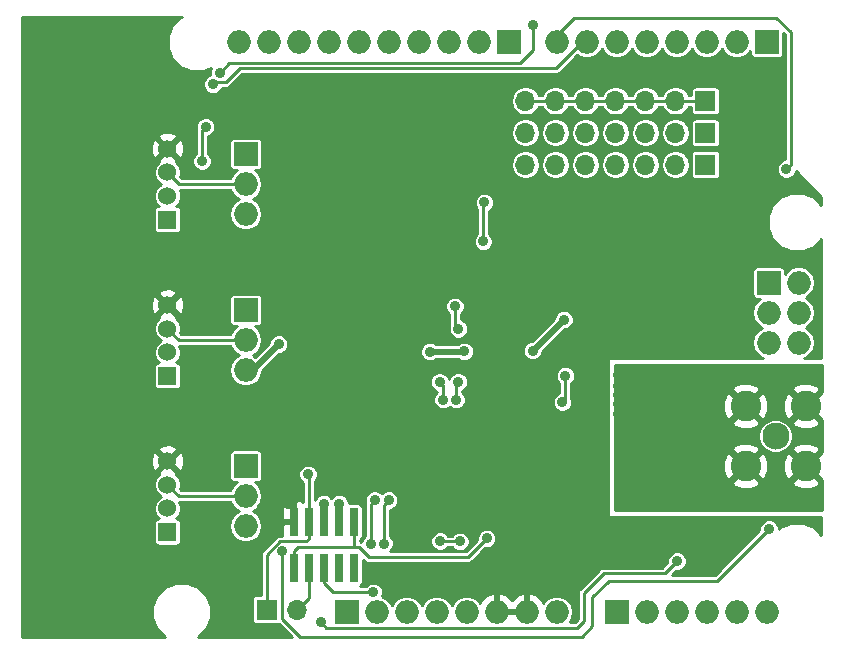
<source format=gbl>
G04 #@! TF.GenerationSoftware,KiCad,Pcbnew,5.0.1-33cea8e~68~ubuntu16.04.1*
G04 #@! TF.CreationDate,2018-11-26T08:07:25+01:00*
G04 #@! TF.ProjectId,wize-shield,77697A652D736869656C642E6B696361,RevA*
G04 #@! TF.SameCoordinates,Original*
G04 #@! TF.FileFunction,Copper,L2,Bot,Signal*
G04 #@! TF.FilePolarity,Positive*
%FSLAX46Y46*%
G04 Gerber Fmt 4.6, Leading zero omitted, Abs format (unit mm)*
G04 Created by KiCad (PCBNEW 5.0.1-33cea8e~68~ubuntu16.04.1) date Mon 26 Nov 2018 08:07:25 AM CET*
%MOMM*%
%LPD*%
G01*
G04 APERTURE LIST*
G04 #@! TA.AperFunction,ComponentPad*
%ADD10O,1.700000X1.700000*%
G04 #@! TD*
G04 #@! TA.AperFunction,ComponentPad*
%ADD11R,1.700000X1.700000*%
G04 #@! TD*
G04 #@! TA.AperFunction,ComponentPad*
%ADD12R,2.000000X2.000000*%
G04 #@! TD*
G04 #@! TA.AperFunction,ComponentPad*
%ADD13O,2.000000X2.000000*%
G04 #@! TD*
G04 #@! TA.AperFunction,SMDPad,CuDef*
%ADD14R,0.740000X2.400000*%
G04 #@! TD*
G04 #@! TA.AperFunction,ComponentPad*
%ADD15C,2.600000*%
G04 #@! TD*
G04 #@! TA.AperFunction,ComponentPad*
%ADD16C,2.300000*%
G04 #@! TD*
G04 #@! TA.AperFunction,ComponentPad*
%ADD17R,1.524000X1.524000*%
G04 #@! TD*
G04 #@! TA.AperFunction,ComponentPad*
%ADD18C,1.524000*%
G04 #@! TD*
G04 #@! TA.AperFunction,ViaPad*
%ADD19C,0.889000*%
G04 #@! TD*
G04 #@! TA.AperFunction,Conductor*
%ADD20C,0.250000*%
G04 #@! TD*
G04 #@! TA.AperFunction,Conductor*
%ADD21C,0.500000*%
G04 #@! TD*
G04 #@! TA.AperFunction,Conductor*
%ADD22C,0.254000*%
G04 #@! TD*
G04 APERTURE END LIST*
D10*
G04 #@! TO.P,J13,2*
G04 #@! TO.N,/DD*
X120230000Y-116660000D03*
D11*
G04 #@! TO.P,J13,1*
G04 #@! TO.N,/DC*
X117690000Y-116660000D03*
G04 #@! TD*
D12*
G04 #@! TO.P,J10,1*
G04 #@! TO.N,Net-(J10-Pad1)*
X138180000Y-68580000D03*
D13*
G04 #@! TO.P,J10,2*
G04 #@! TO.N,Net-(J10-Pad2)*
X135640000Y-68580000D03*
G04 #@! TO.P,J10,3*
G04 #@! TO.N,/D10*
X133100000Y-68580000D03*
G04 #@! TO.P,J10,4*
G04 #@! TO.N,/D11*
X130560000Y-68580000D03*
G04 #@! TO.P,J10,5*
G04 #@! TO.N,Net-(J10-Pad5)*
X128020000Y-68580000D03*
G04 #@! TO.P,J10,6*
G04 #@! TO.N,Net-(J10-Pad6)*
X125480000Y-68580000D03*
G04 #@! TO.P,J10,7*
G04 #@! TO.N,Net-(J10-Pad7)*
X122940000Y-68580000D03*
G04 #@! TO.P,J10,8*
G04 #@! TO.N,Net-(J10-Pad8)*
X120400000Y-68580000D03*
G04 #@! TO.P,J10,9*
G04 #@! TO.N,/SDA*
X117860000Y-68580000D03*
G04 #@! TO.P,J10,10*
G04 #@! TO.N,/SCL*
X115320000Y-68580000D03*
G04 #@! TD*
D12*
G04 #@! TO.P,J6,1*
G04 #@! TO.N,+5V*
X115920000Y-91280000D03*
D13*
G04 #@! TO.P,J6,2*
G04 #@! TO.N,Net-(J6-Pad2)*
X115920000Y-93820000D03*
G04 #@! TO.P,J6,3*
G04 #@! TO.N,+3.3V*
X115920000Y-96360000D03*
G04 #@! TD*
D11*
G04 #@! TO.P,J17,1*
G04 #@! TO.N,/D0*
X154835000Y-76280000D03*
D10*
G04 #@! TO.P,J17,2*
G04 #@! TO.N,/D1*
X152295000Y-76280000D03*
G04 #@! TO.P,J17,3*
G04 #@! TO.N,/D2*
X149755000Y-76280000D03*
G04 #@! TO.P,J17,4*
G04 #@! TO.N,/D3*
X147215000Y-76280000D03*
G04 #@! TO.P,J17,5*
G04 #@! TO.N,/D4*
X144675000Y-76280000D03*
G04 #@! TO.P,J17,6*
G04 #@! TO.N,/D10*
X142135000Y-76280000D03*
G04 #@! TO.P,J17,7*
G04 #@! TO.N,/D11*
X139595000Y-76280000D03*
G04 #@! TD*
D11*
G04 #@! TO.P,J14,1*
G04 #@! TO.N,/TXD*
X154835000Y-78980000D03*
D10*
G04 #@! TO.P,J14,2*
X152295000Y-78980000D03*
G04 #@! TO.P,J14,3*
X149755000Y-78980000D03*
G04 #@! TO.P,J14,4*
X147215000Y-78980000D03*
G04 #@! TO.P,J14,5*
X144675000Y-78980000D03*
G04 #@! TO.P,J14,6*
X142135000Y-78980000D03*
G04 #@! TO.P,J14,7*
X139595000Y-78980000D03*
G04 #@! TD*
D13*
G04 #@! TO.P,J19,3*
G04 #@! TO.N,+3.3V*
X115920000Y-109560000D03*
G04 #@! TO.P,J19,2*
G04 #@! TO.N,Net-(J19-Pad2)*
X115920000Y-107020000D03*
D12*
G04 #@! TO.P,J19,1*
G04 #@! TO.N,+5V*
X115920000Y-104480000D03*
G04 #@! TD*
G04 #@! TO.P,J20,1*
G04 #@! TO.N,+5V*
X115920000Y-78080000D03*
D13*
G04 #@! TO.P,J20,2*
G04 #@! TO.N,Net-(J20-Pad2)*
X115920000Y-80620000D03*
G04 #@! TO.P,J20,3*
G04 #@! TO.N,+3.3V*
X115920000Y-83160000D03*
G04 #@! TD*
D10*
G04 #@! TO.P,J18,7*
G04 #@! TO.N,/RXD_A*
X139595000Y-73580000D03*
G04 #@! TO.P,J18,6*
X142135000Y-73580000D03*
G04 #@! TO.P,J18,5*
X144675000Y-73580000D03*
G04 #@! TO.P,J18,4*
X147215000Y-73580000D03*
G04 #@! TO.P,J18,3*
X149755000Y-73580000D03*
G04 #@! TO.P,J18,2*
X152295000Y-73580000D03*
D11*
G04 #@! TO.P,J18,1*
X154835000Y-73580000D03*
G04 #@! TD*
D14*
G04 #@! TO.P,J3,1*
G04 #@! TO.N,GND*
X119980000Y-109230000D03*
G04 #@! TO.P,J3,2*
G04 #@! TO.N,/RC_VCC*
X119980000Y-113130000D03*
G04 #@! TO.P,J3,3*
G04 #@! TO.N,/DC*
X121250000Y-109230000D03*
G04 #@! TO.P,J3,4*
G04 #@! TO.N,/DD*
X121250000Y-113130000D03*
G04 #@! TO.P,J3,5*
G04 #@! TO.N,/RXD*
X122520000Y-109230000D03*
G04 #@! TO.P,J3,6*
G04 #@! TO.N,/TXD*
X122520000Y-113130000D03*
G04 #@! TO.P,J3,7*
G04 #@! TO.N,/~RESET~*
X123790000Y-109230000D03*
G04 #@! TO.P,J3,8*
G04 #@! TO.N,Net-(J3-Pad8)*
X123790000Y-113130000D03*
G04 #@! TO.P,J3,9*
G04 #@! TO.N,/RC_VCC*
X125060000Y-109230000D03*
G04 #@! TO.P,J3,10*
G04 #@! TO.N,Net-(J3-Pad10)*
X125060000Y-113130000D03*
G04 #@! TD*
D12*
G04 #@! TO.P,J11,1*
G04 #@! TO.N,/D0*
X160020000Y-68580000D03*
D13*
G04 #@! TO.P,J11,2*
G04 #@! TO.N,/D1*
X157480000Y-68580000D03*
G04 #@! TO.P,J11,3*
G04 #@! TO.N,/D2*
X154940000Y-68580000D03*
G04 #@! TO.P,J11,4*
G04 #@! TO.N,/D3*
X152400000Y-68580000D03*
G04 #@! TO.P,J11,5*
G04 #@! TO.N,/D4*
X149860000Y-68580000D03*
G04 #@! TO.P,J11,6*
G04 #@! TO.N,/D5*
X147320000Y-68580000D03*
G04 #@! TO.P,J11,7*
G04 #@! TO.N,/D6*
X144780000Y-68580000D03*
G04 #@! TO.P,J11,8*
G04 #@! TO.N,/~RESET_A~*
X142240000Y-68580000D03*
G04 #@! TD*
D12*
G04 #@! TO.P,J1,1*
G04 #@! TO.N,Net-(J1-Pad1)*
X124460000Y-116840000D03*
D13*
G04 #@! TO.P,J1,2*
G04 #@! TO.N,Net-(J1-Pad2)*
X127000000Y-116840000D03*
G04 #@! TO.P,J1,3*
G04 #@! TO.N,Net-(J1-Pad3)*
X129540000Y-116840000D03*
G04 #@! TO.P,J1,4*
G04 #@! TO.N,+3.3V*
X132080000Y-116840000D03*
G04 #@! TO.P,J1,5*
G04 #@! TO.N,+5V*
X134620000Y-116840000D03*
G04 #@! TO.P,J1,6*
G04 #@! TO.N,GND*
X137160000Y-116840000D03*
G04 #@! TO.P,J1,7*
X139700000Y-116840000D03*
G04 #@! TO.P,J1,8*
G04 #@! TO.N,Net-(J1-Pad8)*
X142240000Y-116840000D03*
G04 #@! TD*
D12*
G04 #@! TO.P,J2,1*
G04 #@! TO.N,/A0*
X147320000Y-116840000D03*
D13*
G04 #@! TO.P,J2,2*
G04 #@! TO.N,/A1*
X149860000Y-116840000D03*
G04 #@! TO.P,J2,3*
G04 #@! TO.N,/TEMP*
X152400000Y-116840000D03*
G04 #@! TO.P,J2,4*
G04 #@! TO.N,Net-(J2-Pad4)*
X154940000Y-116840000D03*
G04 #@! TO.P,J2,5*
G04 #@! TO.N,Net-(J2-Pad5)*
X157480000Y-116840000D03*
G04 #@! TO.P,J2,6*
G04 #@! TO.N,Net-(J2-Pad6)*
X160020000Y-116840000D03*
G04 #@! TD*
D12*
G04 #@! TO.P,J12,1*
G04 #@! TO.N,Net-(J12-Pad1)*
X160190000Y-88960000D03*
D13*
G04 #@! TO.P,J12,2*
G04 #@! TO.N,Net-(J12-Pad2)*
X162730000Y-88960000D03*
G04 #@! TO.P,J12,3*
G04 #@! TO.N,Net-(J12-Pad3)*
X160190000Y-91500000D03*
G04 #@! TO.P,J12,4*
G04 #@! TO.N,Net-(J12-Pad4)*
X162730000Y-91500000D03*
G04 #@! TO.P,J12,5*
G04 #@! TO.N,Net-(J12-Pad5)*
X160190000Y-94040000D03*
G04 #@! TO.P,J12,6*
G04 #@! TO.N,Net-(J12-Pad6)*
X162730000Y-94040000D03*
G04 #@! TD*
D15*
G04 #@! TO.P,J5,2*
G04 #@! TO.N,GND*
X158230000Y-104490000D03*
X158230000Y-99410000D03*
X163310000Y-99410000D03*
X163310000Y-104490000D03*
D16*
G04 #@! TO.P,J5,1*
G04 #@! TO.N,Net-(J5-Pad1)*
X160770000Y-101950000D03*
G04 #@! TD*
D17*
G04 #@! TO.P,J9,1*
G04 #@! TO.N,/D5*
X109290000Y-83630000D03*
D18*
G04 #@! TO.P,J9,2*
G04 #@! TO.N,/D6*
X109290000Y-81630000D03*
G04 #@! TO.P,J9,3*
G04 #@! TO.N,Net-(J20-Pad2)*
X109290000Y-79630000D03*
G04 #@! TO.P,J9,4*
G04 #@! TO.N,GND*
X109290000Y-77630000D03*
G04 #@! TD*
D17*
G04 #@! TO.P,J8,1*
G04 #@! TO.N,/A0*
X109290000Y-96860000D03*
D18*
G04 #@! TO.P,J8,2*
G04 #@! TO.N,/A1*
X109290000Y-94860000D03*
G04 #@! TO.P,J8,3*
G04 #@! TO.N,Net-(J6-Pad2)*
X109290000Y-92860000D03*
G04 #@! TO.P,J8,4*
G04 #@! TO.N,GND*
X109290000Y-90860000D03*
G04 #@! TD*
D17*
G04 #@! TO.P,J7,1*
G04 #@! TO.N,/SCL*
X109290000Y-110080000D03*
D18*
G04 #@! TO.P,J7,2*
G04 #@! TO.N,/SDA*
X109290000Y-108080000D03*
G04 #@! TO.P,J7,3*
G04 #@! TO.N,Net-(J19-Pad2)*
X109290000Y-106080000D03*
G04 #@! TO.P,J7,4*
G04 #@! TO.N,GND*
X109290000Y-104080000D03*
G04 #@! TD*
D19*
G04 #@! TO.N,GND*
X163820000Y-96260000D03*
X162930000Y-96260000D03*
X162040000Y-96260000D03*
X161150000Y-96260000D03*
X160260000Y-96260000D03*
X159360000Y-96260000D03*
X158480000Y-96260000D03*
X157590000Y-96250000D03*
X156700000Y-96250000D03*
X155810000Y-96260000D03*
X154910000Y-96260000D03*
X154020000Y-96260000D03*
X153130000Y-96250000D03*
X152240000Y-96250000D03*
X151330000Y-96260000D03*
X153850000Y-91840000D03*
X150480000Y-107930000D03*
X151380000Y-107940000D03*
X152280000Y-107930000D03*
X153180000Y-107930000D03*
X154070000Y-107930000D03*
X154960000Y-107930000D03*
X155830000Y-107940000D03*
X162080000Y-107930000D03*
X162970000Y-107930000D03*
X163860000Y-107940000D03*
X156720000Y-107930000D03*
X157620000Y-107930000D03*
X158510000Y-107930000D03*
X159400000Y-107930000D03*
X160290000Y-107940000D03*
X161180000Y-107930000D03*
X118220000Y-75580000D03*
X145220000Y-94480000D03*
X149620000Y-107880000D03*
X148720000Y-107880000D03*
X147920000Y-107880000D03*
X147520000Y-107180000D03*
X147520000Y-106380000D03*
X147520000Y-105580000D03*
X150520000Y-96280000D03*
X149720000Y-96280000D03*
X148920000Y-96280000D03*
X148120000Y-96280000D03*
X147420000Y-96780000D03*
X147420000Y-97680000D03*
X147420000Y-98480000D03*
X147420000Y-99280000D03*
X147420000Y-100080000D03*
X143720000Y-100680000D03*
X143720000Y-103080000D03*
X151920000Y-87480000D03*
X121120000Y-95780000D03*
X119320000Y-104180000D03*
X119520000Y-107680000D03*
X134420000Y-108080000D03*
G04 #@! TO.N,+3.3V*
X118695000Y-94180000D03*
X131495000Y-94805000D03*
X134420000Y-94780000D03*
X140195000Y-94730000D03*
X142845000Y-92105000D03*
G04 #@! TO.N,/RC_VCC*
X142720000Y-99080000D03*
X142980000Y-96840000D03*
X136320000Y-110630000D03*
G04 #@! TO.N,/DC*
X121195000Y-105205000D03*
G04 #@! TO.N,/DD*
X126820000Y-107380000D03*
X126520000Y-111080000D03*
G04 #@! TO.N,/RXD*
X122520000Y-107680000D03*
X132370000Y-110855000D03*
X134045000Y-110880000D03*
G04 #@! TO.N,/TXD*
X126720000Y-115180000D03*
X128020000Y-107380000D03*
X127620000Y-111055000D03*
G04 #@! TO.N,/~RESET~*
X123820000Y-107680000D03*
G04 #@! TO.N,/RXD_A*
X133720000Y-98880000D03*
X133920000Y-97380000D03*
X133920000Y-92880000D03*
X133620000Y-90980000D03*
X136020000Y-85480000D03*
X136120000Y-82180000D03*
G04 #@! TO.N,/TEMP*
X132320000Y-97380000D03*
X132620000Y-98880000D03*
G04 #@! TO.N,/~RESET_A~*
X161690000Y-79350000D03*
G04 #@! TO.N,/SCL*
X112220000Y-78680000D03*
X112520000Y-75780000D03*
X119020000Y-111730000D03*
X160230000Y-109830000D03*
G04 #@! TO.N,/SDA*
X122270000Y-117730000D03*
X152440000Y-112550000D03*
G04 #@! TO.N,/D6*
X113120000Y-72180000D03*
G04 #@! TO.N,/D5*
X140220000Y-67180000D03*
X113720000Y-71180000D03*
G04 #@! TD*
D20*
G04 #@! TO.N,GND*
X162040000Y-96260000D02*
X162930000Y-96260000D01*
X160260000Y-96260000D02*
X161150000Y-96260000D01*
X158480000Y-96260000D02*
X159360000Y-96260000D01*
X156700000Y-96250000D02*
X157590000Y-96250000D01*
X154910000Y-96260000D02*
X155810000Y-96260000D01*
X153140000Y-96260000D02*
X154020000Y-96260000D01*
X153130000Y-96250000D02*
X153140000Y-96260000D01*
X151340000Y-96250000D02*
X152240000Y-96250000D01*
X151330000Y-96260000D02*
X151340000Y-96250000D01*
X157410000Y-91840000D02*
X157400000Y-91840000D01*
X150480000Y-107930000D02*
X150490000Y-107940000D01*
X150490000Y-107940000D02*
X151380000Y-107940000D01*
X152280000Y-107930000D02*
X153180000Y-107930000D01*
X154070000Y-107930000D02*
X154960000Y-107930000D01*
X155830000Y-107940000D02*
X155840000Y-107930000D01*
X155840000Y-107930000D02*
X156720000Y-107930000D01*
X162970000Y-107930000D02*
X162980000Y-107940000D01*
X162980000Y-107940000D02*
X163860000Y-107940000D01*
X157620000Y-107930000D02*
X158510000Y-107930000D01*
X159400000Y-107930000D02*
X159410000Y-107940000D01*
X159410000Y-107940000D02*
X160290000Y-107940000D01*
X161180000Y-107930000D02*
X162080000Y-107930000D01*
X147920000Y-107880000D02*
X147920000Y-107780000D01*
X147520000Y-107380000D02*
X147520000Y-107180000D01*
X147920000Y-107780000D02*
X147520000Y-107380000D01*
X147520000Y-106380000D02*
X147520000Y-105580000D01*
X150520000Y-96280000D02*
X149720000Y-96280000D01*
X148920000Y-96280000D02*
X148120000Y-96280000D01*
X147420000Y-96780000D02*
X147420000Y-97680000D01*
X147420000Y-98480000D02*
X147420000Y-99280000D01*
X119980000Y-108140000D02*
X119520000Y-107680000D01*
X119980000Y-109230000D02*
X119980000Y-108140000D01*
D21*
G04 #@! TO.N,+3.3V*
X115920000Y-96360000D02*
X116515000Y-96360000D01*
X116515000Y-96360000D02*
X118695000Y-94180000D01*
X134395000Y-94805000D02*
X134420000Y-94780000D01*
X131495000Y-94805000D02*
X134395000Y-94805000D01*
X140220000Y-94730000D02*
X142845000Y-92105000D01*
X140195000Y-94730000D02*
X140220000Y-94730000D01*
D20*
G04 #@! TO.N,/RC_VCC*
X125060000Y-109230000D02*
X125060000Y-110340000D01*
X124020000Y-111380000D02*
X120320000Y-111380000D01*
X119980000Y-111720000D02*
X119980000Y-113130000D01*
X120320000Y-111380000D02*
X119980000Y-111720000D01*
X142980000Y-98820000D02*
X142980000Y-96840000D01*
X142720000Y-99080000D02*
X142980000Y-98820000D01*
X135570000Y-111380000D02*
X136320000Y-110630000D01*
X125060000Y-109230000D02*
X125060000Y-111365000D01*
X125060000Y-111365000D02*
X125045000Y-111380000D01*
X124020000Y-111380000D02*
X125045000Y-111380000D01*
X125060000Y-111365000D02*
X125480000Y-111365000D01*
X125480000Y-111365000D02*
X126320000Y-112205000D01*
X134745000Y-112205000D02*
X135570000Y-111380000D01*
X126320000Y-112205000D02*
X134745000Y-112205000D01*
G04 #@! TO.N,/DC*
X117690000Y-112010000D02*
X117690000Y-116660000D01*
X121250000Y-109230000D02*
X121250000Y-110680000D01*
X118820000Y-110880000D02*
X117690000Y-112010000D01*
X121250000Y-110680000D02*
X121050000Y-110880000D01*
X121050000Y-110880000D02*
X118820000Y-110880000D01*
X121195000Y-105205000D02*
X121250000Y-105260000D01*
X121250000Y-105260000D02*
X121250000Y-109230000D01*
G04 #@! TO.N,/DD*
X121250000Y-115640000D02*
X121250000Y-113130000D01*
X120230000Y-116660000D02*
X121250000Y-115640000D01*
X126520000Y-111080000D02*
X126520000Y-107680000D01*
X126520000Y-107680000D02*
X126820000Y-107380000D01*
G04 #@! TO.N,/RXD*
X122520000Y-109230000D02*
X122520000Y-107680000D01*
X132395000Y-110880000D02*
X134045000Y-110880000D01*
X132370000Y-110855000D02*
X132395000Y-110880000D01*
G04 #@! TO.N,/TXD*
X122520000Y-113130000D02*
X122520000Y-114380000D01*
X123320000Y-115180000D02*
X126720000Y-115180000D01*
X122520000Y-114380000D02*
X123320000Y-115180000D01*
X127620000Y-107780000D02*
X128020000Y-107380000D01*
X127620000Y-111055000D02*
X127620000Y-107780000D01*
G04 #@! TO.N,/~RESET~*
X123820000Y-107980000D02*
X123790000Y-108010000D01*
X123820000Y-107680000D02*
X123820000Y-107980000D01*
X123790000Y-108010000D02*
X123790000Y-109230000D01*
G04 #@! TO.N,/RXD_A*
X139595000Y-73580000D02*
X142135000Y-73580000D01*
X142135000Y-73580000D02*
X144675000Y-73580000D01*
X144675000Y-73580000D02*
X147215000Y-73580000D01*
X147215000Y-73580000D02*
X149755000Y-73580000D01*
X149755000Y-73580000D02*
X152295000Y-73580000D01*
X152295000Y-73580000D02*
X154835000Y-73580000D01*
X133720000Y-97580000D02*
X133920000Y-97380000D01*
X133720000Y-98880000D02*
X133720000Y-97580000D01*
X133620000Y-92580000D02*
X133620000Y-90980000D01*
X133920000Y-92880000D02*
X133620000Y-92580000D01*
X136020000Y-82280000D02*
X136120000Y-82180000D01*
X136020000Y-85480000D02*
X136020000Y-82280000D01*
G04 #@! TO.N,/TEMP*
X132620000Y-97680000D02*
X132620000Y-98880000D01*
X132320000Y-97380000D02*
X132620000Y-97680000D01*
G04 #@! TO.N,/~RESET_A~*
X142240000Y-68580000D02*
X142240000Y-67990000D01*
X142240000Y-67990000D02*
X143680000Y-66550000D01*
X143680000Y-66550000D02*
X160850000Y-66550000D01*
X160850000Y-66550000D02*
X162040000Y-67740000D01*
X162040000Y-67740000D02*
X162040000Y-79000000D01*
X162040000Y-79000000D02*
X161690000Y-79350000D01*
G04 #@! TO.N,/SCL*
X112220000Y-76080000D02*
X112520000Y-75780000D01*
X112220000Y-78680000D02*
X112220000Y-76080000D01*
X155850000Y-114210000D02*
X160230000Y-109830000D01*
X145250000Y-118040000D02*
X145250000Y-115620000D01*
X146660000Y-114210000D02*
X155850000Y-114210000D01*
X144360000Y-118930000D02*
X145250000Y-118040000D01*
X119020000Y-111730000D02*
X119020000Y-117430000D01*
X119020000Y-117430000D02*
X120520000Y-118930000D01*
X145250000Y-115620000D02*
X146660000Y-114210000D01*
X120520000Y-118930000D02*
X144360000Y-118930000D01*
G04 #@! TO.N,/SDA*
X122270000Y-117730000D02*
X122714499Y-118174499D01*
X122714499Y-118174499D02*
X143995501Y-118174499D01*
X143995501Y-118174499D02*
X144540000Y-117630000D01*
X144540000Y-117630000D02*
X144540000Y-115260000D01*
X144540000Y-115260000D02*
X146210000Y-113590000D01*
X151400000Y-113590000D02*
X152440000Y-112550000D01*
X146210000Y-113590000D02*
X151400000Y-113590000D01*
G04 #@! TO.N,/D6*
X144780000Y-68580000D02*
X144420000Y-68580000D01*
X144420000Y-68580000D02*
X142220000Y-70780000D01*
X142220000Y-70780000D02*
X115420000Y-70780000D01*
X115420000Y-70780000D02*
X114220000Y-71980000D01*
X113320000Y-71980000D02*
X113120000Y-72180000D01*
X114220000Y-71980000D02*
X113320000Y-71980000D01*
G04 #@! TO.N,/D5*
X140220000Y-67180000D02*
X140220000Y-69280000D01*
X140220000Y-69280000D02*
X139120000Y-70380000D01*
X114520000Y-70380000D02*
X113720000Y-71180000D01*
X139120000Y-70380000D02*
X114520000Y-70380000D01*
G04 #@! TO.N,Net-(J6-Pad2)*
X110250000Y-93820000D02*
X109290000Y-92860000D01*
X115920000Y-93820000D02*
X110250000Y-93820000D01*
G04 #@! TO.N,Net-(J19-Pad2)*
X110230000Y-107020000D02*
X109290000Y-106080000D01*
X115920000Y-107020000D02*
X110230000Y-107020000D01*
G04 #@! TO.N,Net-(J20-Pad2)*
X110280000Y-80620000D02*
X109290000Y-79630000D01*
X115920000Y-80620000D02*
X110280000Y-80620000D01*
G04 #@! TD*
D22*
G04 #@! TO.N,GND*
G36*
X110386892Y-66490101D02*
X109690101Y-67186892D01*
X109313000Y-68097294D01*
X109313000Y-69082706D01*
X109690101Y-69993108D01*
X110386892Y-70689899D01*
X111297294Y-71067000D01*
X112282706Y-71067000D01*
X113000832Y-70769542D01*
X112898500Y-71016594D01*
X112898500Y-71343406D01*
X112912344Y-71376829D01*
X112654658Y-71483566D01*
X112423566Y-71714658D01*
X112298500Y-72016594D01*
X112298500Y-72343406D01*
X112423566Y-72645342D01*
X112654658Y-72876434D01*
X112956594Y-73001500D01*
X113283406Y-73001500D01*
X113585342Y-72876434D01*
X113816434Y-72645342D01*
X113884092Y-72482000D01*
X114170566Y-72482000D01*
X114220000Y-72491833D01*
X114269434Y-72482000D01*
X114269439Y-72482000D01*
X114415870Y-72452873D01*
X114581921Y-72341921D01*
X114609927Y-72300007D01*
X115627936Y-71282000D01*
X142170566Y-71282000D01*
X142220000Y-71291833D01*
X142269434Y-71282000D01*
X142269439Y-71282000D01*
X142415870Y-71252873D01*
X142581921Y-71141921D01*
X142609927Y-71100007D01*
X143997008Y-69712926D01*
X144242721Y-69877106D01*
X144644377Y-69957000D01*
X144915623Y-69957000D01*
X145317279Y-69877106D01*
X145772762Y-69572762D01*
X146050000Y-69157846D01*
X146327238Y-69572762D01*
X146782721Y-69877106D01*
X147184377Y-69957000D01*
X147455623Y-69957000D01*
X147857279Y-69877106D01*
X148312762Y-69572762D01*
X148590000Y-69157846D01*
X148867238Y-69572762D01*
X149322721Y-69877106D01*
X149724377Y-69957000D01*
X149995623Y-69957000D01*
X150397279Y-69877106D01*
X150852762Y-69572762D01*
X151130000Y-69157846D01*
X151407238Y-69572762D01*
X151862721Y-69877106D01*
X152264377Y-69957000D01*
X152535623Y-69957000D01*
X152937279Y-69877106D01*
X153392762Y-69572762D01*
X153670000Y-69157846D01*
X153947238Y-69572762D01*
X154402721Y-69877106D01*
X154804377Y-69957000D01*
X155075623Y-69957000D01*
X155477279Y-69877106D01*
X155932762Y-69572762D01*
X156210000Y-69157846D01*
X156487238Y-69572762D01*
X156942721Y-69877106D01*
X157344377Y-69957000D01*
X157615623Y-69957000D01*
X158017279Y-69877106D01*
X158472762Y-69572762D01*
X158635615Y-69329035D01*
X158635615Y-69580000D01*
X158664875Y-69727098D01*
X158748199Y-69851801D01*
X158872902Y-69935125D01*
X159020000Y-69964385D01*
X161020000Y-69964385D01*
X161167098Y-69935125D01*
X161291801Y-69851801D01*
X161375125Y-69727098D01*
X161404385Y-69580000D01*
X161404385Y-67814320D01*
X161538000Y-67947936D01*
X161538001Y-78528500D01*
X161526594Y-78528500D01*
X161224658Y-78653566D01*
X160993566Y-78884658D01*
X160868500Y-79186594D01*
X160868500Y-79513406D01*
X160993566Y-79815342D01*
X161224658Y-80046434D01*
X161526594Y-80171500D01*
X161853406Y-80171500D01*
X162155342Y-80046434D01*
X162386434Y-79815342D01*
X162502294Y-79535631D01*
X164633000Y-81717887D01*
X164633000Y-82369993D01*
X163993108Y-81730101D01*
X163082706Y-81353000D01*
X162097294Y-81353000D01*
X161186892Y-81730101D01*
X160490101Y-82426892D01*
X160113000Y-83337294D01*
X160113000Y-84322706D01*
X160490101Y-85233108D01*
X161186892Y-85929899D01*
X162097294Y-86307000D01*
X163082706Y-86307000D01*
X163993108Y-85929899D01*
X164633000Y-85290007D01*
X164633001Y-95353000D01*
X163187374Y-95353000D01*
X163267279Y-95337106D01*
X163722762Y-95032762D01*
X164027106Y-94577279D01*
X164133977Y-94040000D01*
X164027106Y-93502721D01*
X163722762Y-93047238D01*
X163307846Y-92770000D01*
X163722762Y-92492762D01*
X164027106Y-92037279D01*
X164133977Y-91500000D01*
X164027106Y-90962721D01*
X163722762Y-90507238D01*
X163307846Y-90230000D01*
X163722762Y-89952762D01*
X164027106Y-89497279D01*
X164133977Y-88960000D01*
X164027106Y-88422721D01*
X163722762Y-87967238D01*
X163267279Y-87662894D01*
X162865623Y-87583000D01*
X162594377Y-87583000D01*
X162192721Y-87662894D01*
X161737238Y-87967238D01*
X161574385Y-88210965D01*
X161574385Y-87960000D01*
X161545125Y-87812902D01*
X161461801Y-87688199D01*
X161337098Y-87604875D01*
X161190000Y-87575615D01*
X159190000Y-87575615D01*
X159042902Y-87604875D01*
X158918199Y-87688199D01*
X158834875Y-87812902D01*
X158805615Y-87960000D01*
X158805615Y-89960000D01*
X158834875Y-90107098D01*
X158918199Y-90231801D01*
X159042902Y-90315125D01*
X159190000Y-90344385D01*
X159440965Y-90344385D01*
X159197238Y-90507238D01*
X158892894Y-90962721D01*
X158786023Y-91500000D01*
X158892894Y-92037279D01*
X159197238Y-92492762D01*
X159612154Y-92770000D01*
X159197238Y-93047238D01*
X158892894Y-93502721D01*
X158786023Y-94040000D01*
X158892894Y-94577279D01*
X159197238Y-95032762D01*
X159652721Y-95337106D01*
X159732626Y-95353000D01*
X146720000Y-95353000D01*
X146671399Y-95362667D01*
X146630197Y-95390197D01*
X146602667Y-95431399D01*
X146593000Y-95480000D01*
X146593000Y-108715180D01*
X146602667Y-108763781D01*
X146630197Y-108804983D01*
X146671399Y-108832513D01*
X146720000Y-108842180D01*
X164633001Y-108842180D01*
X164633001Y-110309994D01*
X163993108Y-109670101D01*
X163082706Y-109293000D01*
X162097294Y-109293000D01*
X161186892Y-109670101D01*
X161051500Y-109805493D01*
X161051500Y-109666594D01*
X160926434Y-109364658D01*
X160695342Y-109133566D01*
X160393406Y-109008500D01*
X160066594Y-109008500D01*
X159764658Y-109133566D01*
X159533566Y-109364658D01*
X159408500Y-109666594D01*
X159408500Y-109941565D01*
X155642066Y-113708000D01*
X151991934Y-113708000D01*
X152328435Y-113371500D01*
X152603406Y-113371500D01*
X152905342Y-113246434D01*
X153136434Y-113015342D01*
X153261500Y-112713406D01*
X153261500Y-112386594D01*
X153136434Y-112084658D01*
X152905342Y-111853566D01*
X152603406Y-111728500D01*
X152276594Y-111728500D01*
X151974658Y-111853566D01*
X151743566Y-112084658D01*
X151618500Y-112386594D01*
X151618500Y-112661565D01*
X151192066Y-113088000D01*
X146259434Y-113088000D01*
X146210000Y-113078167D01*
X146160566Y-113088000D01*
X146160561Y-113088000D01*
X146014130Y-113117127D01*
X145848079Y-113228079D01*
X145820075Y-113269990D01*
X144219991Y-114870075D01*
X144178080Y-114898079D01*
X144150076Y-114939990D01*
X144150074Y-114939992D01*
X144067128Y-115064130D01*
X144028167Y-115260000D01*
X144038001Y-115309439D01*
X144038000Y-117422065D01*
X143787567Y-117672499D01*
X143339846Y-117672499D01*
X143537106Y-117377279D01*
X143643977Y-116840000D01*
X143537106Y-116302721D01*
X143232762Y-115847238D01*
X142777279Y-115542894D01*
X142375623Y-115463000D01*
X142104377Y-115463000D01*
X141702721Y-115542894D01*
X141247238Y-115847238D01*
X141105807Y-116058904D01*
X141023505Y-115880006D01*
X140555385Y-115446598D01*
X140080434Y-115249876D01*
X139827000Y-115369223D01*
X139827000Y-116713000D01*
X139847000Y-116713000D01*
X139847000Y-116967000D01*
X139827000Y-116967000D01*
X139827000Y-116987000D01*
X139573000Y-116987000D01*
X139573000Y-116967000D01*
X137287000Y-116967000D01*
X137287000Y-116987000D01*
X137033000Y-116987000D01*
X137033000Y-116967000D01*
X137013000Y-116967000D01*
X137013000Y-116713000D01*
X137033000Y-116713000D01*
X137033000Y-115369223D01*
X137287000Y-115369223D01*
X137287000Y-116713000D01*
X139573000Y-116713000D01*
X139573000Y-115369223D01*
X139319566Y-115249876D01*
X138844615Y-115446598D01*
X138430000Y-115830468D01*
X138015385Y-115446598D01*
X137540434Y-115249876D01*
X137287000Y-115369223D01*
X137033000Y-115369223D01*
X136779566Y-115249876D01*
X136304615Y-115446598D01*
X135836495Y-115880006D01*
X135754193Y-116058904D01*
X135612762Y-115847238D01*
X135157279Y-115542894D01*
X134755623Y-115463000D01*
X134484377Y-115463000D01*
X134082721Y-115542894D01*
X133627238Y-115847238D01*
X133350000Y-116262154D01*
X133072762Y-115847238D01*
X132617279Y-115542894D01*
X132215623Y-115463000D01*
X131944377Y-115463000D01*
X131542721Y-115542894D01*
X131087238Y-115847238D01*
X130810000Y-116262154D01*
X130532762Y-115847238D01*
X130077279Y-115542894D01*
X129675623Y-115463000D01*
X129404377Y-115463000D01*
X129002721Y-115542894D01*
X128547238Y-115847238D01*
X128270000Y-116262154D01*
X127992762Y-115847238D01*
X127537279Y-115542894D01*
X127464838Y-115528485D01*
X127541500Y-115343406D01*
X127541500Y-115016594D01*
X127416434Y-114714658D01*
X127185342Y-114483566D01*
X126883406Y-114358500D01*
X126556594Y-114358500D01*
X126254658Y-114483566D01*
X126060224Y-114678000D01*
X125587761Y-114678000D01*
X125701801Y-114601801D01*
X125785125Y-114477098D01*
X125814385Y-114330000D01*
X125814385Y-112409320D01*
X125930075Y-112525009D01*
X125958079Y-112566921D01*
X126124130Y-112677873D01*
X126270561Y-112707000D01*
X126270565Y-112707000D01*
X126319999Y-112716833D01*
X126369433Y-112707000D01*
X134695566Y-112707000D01*
X134745000Y-112716833D01*
X134794434Y-112707000D01*
X134794439Y-112707000D01*
X134940870Y-112677873D01*
X135106921Y-112566921D01*
X135134927Y-112525007D01*
X135959926Y-111700010D01*
X135959930Y-111700004D01*
X136208435Y-111451500D01*
X136483406Y-111451500D01*
X136785342Y-111326434D01*
X137016434Y-111095342D01*
X137141500Y-110793406D01*
X137141500Y-110466594D01*
X137016434Y-110164658D01*
X136785342Y-109933566D01*
X136483406Y-109808500D01*
X136156594Y-109808500D01*
X135854658Y-109933566D01*
X135623566Y-110164658D01*
X135498500Y-110466594D01*
X135498500Y-110741565D01*
X135249996Y-110990070D01*
X135249990Y-110990074D01*
X134537066Y-111703000D01*
X128133776Y-111703000D01*
X128316434Y-111520342D01*
X128441500Y-111218406D01*
X128441500Y-110891594D01*
X128358658Y-110691594D01*
X131548500Y-110691594D01*
X131548500Y-111018406D01*
X131673566Y-111320342D01*
X131904658Y-111551434D01*
X132206594Y-111676500D01*
X132533406Y-111676500D01*
X132835342Y-111551434D01*
X133004776Y-111382000D01*
X133385224Y-111382000D01*
X133579658Y-111576434D01*
X133881594Y-111701500D01*
X134208406Y-111701500D01*
X134510342Y-111576434D01*
X134741434Y-111345342D01*
X134866500Y-111043406D01*
X134866500Y-110716594D01*
X134741434Y-110414658D01*
X134510342Y-110183566D01*
X134208406Y-110058500D01*
X133881594Y-110058500D01*
X133579658Y-110183566D01*
X133385224Y-110378000D01*
X133054776Y-110378000D01*
X132835342Y-110158566D01*
X132533406Y-110033500D01*
X132206594Y-110033500D01*
X131904658Y-110158566D01*
X131673566Y-110389658D01*
X131548500Y-110691594D01*
X128358658Y-110691594D01*
X128316434Y-110589658D01*
X128122000Y-110395224D01*
X128122000Y-108201500D01*
X128183406Y-108201500D01*
X128485342Y-108076434D01*
X128716434Y-107845342D01*
X128841500Y-107543406D01*
X128841500Y-107216594D01*
X128716434Y-106914658D01*
X128485342Y-106683566D01*
X128183406Y-106558500D01*
X127856594Y-106558500D01*
X127554658Y-106683566D01*
X127420000Y-106818224D01*
X127285342Y-106683566D01*
X126983406Y-106558500D01*
X126656594Y-106558500D01*
X126354658Y-106683566D01*
X126123566Y-106914658D01*
X125998500Y-107216594D01*
X125998500Y-107543406D01*
X126023386Y-107603487D01*
X126008167Y-107680000D01*
X126018001Y-107729439D01*
X126018000Y-110420224D01*
X125823566Y-110614658D01*
X125701532Y-110909274D01*
X125675870Y-110892127D01*
X125562000Y-110869477D01*
X125562000Y-110788128D01*
X125577098Y-110785125D01*
X125701801Y-110701801D01*
X125785125Y-110577098D01*
X125814385Y-110430000D01*
X125814385Y-108030000D01*
X125785125Y-107882902D01*
X125701801Y-107758199D01*
X125577098Y-107674875D01*
X125430000Y-107645615D01*
X124690000Y-107645615D01*
X124641500Y-107655262D01*
X124641500Y-107516594D01*
X124516434Y-107214658D01*
X124285342Y-106983566D01*
X123983406Y-106858500D01*
X123656594Y-106858500D01*
X123354658Y-106983566D01*
X123170000Y-107168224D01*
X122985342Y-106983566D01*
X122683406Y-106858500D01*
X122356594Y-106858500D01*
X122054658Y-106983566D01*
X121823566Y-107214658D01*
X121752000Y-107387434D01*
X121752000Y-105809776D01*
X121891434Y-105670342D01*
X122016500Y-105368406D01*
X122016500Y-105041594D01*
X121891434Y-104739658D01*
X121660342Y-104508566D01*
X121358406Y-104383500D01*
X121031594Y-104383500D01*
X120729658Y-104508566D01*
X120498566Y-104739658D01*
X120373500Y-105041594D01*
X120373500Y-105368406D01*
X120498566Y-105670342D01*
X120729658Y-105901434D01*
X120748000Y-105909032D01*
X120748001Y-107529975D01*
X120709699Y-107491673D01*
X120476310Y-107395000D01*
X120265750Y-107395000D01*
X120107000Y-107553750D01*
X120107000Y-109103000D01*
X120127000Y-109103000D01*
X120127000Y-109357000D01*
X120107000Y-109357000D01*
X120107000Y-109377000D01*
X119853000Y-109377000D01*
X119853000Y-109357000D01*
X119133750Y-109357000D01*
X118975000Y-109515750D01*
X118975000Y-110378000D01*
X118869433Y-110378000D01*
X118819999Y-110368167D01*
X118770565Y-110378000D01*
X118770561Y-110378000D01*
X118624130Y-110407127D01*
X118624128Y-110407128D01*
X118624129Y-110407128D01*
X118499990Y-110490074D01*
X118499987Y-110490077D01*
X118458079Y-110518079D01*
X118430076Y-110559988D01*
X117369993Y-111620073D01*
X117328079Y-111648079D01*
X117217127Y-111814131D01*
X117188000Y-111960562D01*
X117188000Y-111960566D01*
X117178167Y-112010000D01*
X117188000Y-112059434D01*
X117188001Y-115425615D01*
X116840000Y-115425615D01*
X116692902Y-115454875D01*
X116568199Y-115538199D01*
X116484875Y-115662902D01*
X116455615Y-115810000D01*
X116455615Y-117510000D01*
X116484875Y-117657098D01*
X116568199Y-117781801D01*
X116692902Y-117865125D01*
X116840000Y-117894385D01*
X118540000Y-117894385D01*
X118687098Y-117865125D01*
X118721922Y-117841856D01*
X119843064Y-118963000D01*
X111861479Y-118963000D01*
X111893108Y-118949899D01*
X112589899Y-118253108D01*
X112967000Y-117342706D01*
X112967000Y-116357294D01*
X112589899Y-115446892D01*
X111893108Y-114750101D01*
X110982706Y-114373000D01*
X109997294Y-114373000D01*
X109086892Y-114750101D01*
X108390101Y-115446892D01*
X108013000Y-116357294D01*
X108013000Y-117342706D01*
X108390101Y-118253108D01*
X109086892Y-118949899D01*
X109118521Y-118963000D01*
X96937000Y-118963000D01*
X96937000Y-109318000D01*
X108143615Y-109318000D01*
X108143615Y-110842000D01*
X108172875Y-110989098D01*
X108256199Y-111113801D01*
X108380902Y-111197125D01*
X108528000Y-111226385D01*
X110052000Y-111226385D01*
X110199098Y-111197125D01*
X110323801Y-111113801D01*
X110407125Y-110989098D01*
X110436385Y-110842000D01*
X110436385Y-109318000D01*
X110407125Y-109170902D01*
X110323801Y-109046199D01*
X110199098Y-108962875D01*
X110052000Y-108933615D01*
X110047173Y-108933615D01*
X110255597Y-108725191D01*
X110429000Y-108306561D01*
X110429000Y-107853439D01*
X110291713Y-107522000D01*
X114615877Y-107522000D01*
X114622894Y-107557279D01*
X114927238Y-108012762D01*
X115342154Y-108290000D01*
X114927238Y-108567238D01*
X114622894Y-109022721D01*
X114516023Y-109560000D01*
X114622894Y-110097279D01*
X114927238Y-110552762D01*
X115382721Y-110857106D01*
X115784377Y-110937000D01*
X116055623Y-110937000D01*
X116457279Y-110857106D01*
X116912762Y-110552762D01*
X117217106Y-110097279D01*
X117323977Y-109560000D01*
X117217106Y-109022721D01*
X116912762Y-108567238D01*
X116497846Y-108290000D01*
X116912762Y-108012762D01*
X116985640Y-107903691D01*
X118975000Y-107903691D01*
X118975000Y-108944250D01*
X119133750Y-109103000D01*
X119853000Y-109103000D01*
X119853000Y-107553750D01*
X119694250Y-107395000D01*
X119483690Y-107395000D01*
X119250301Y-107491673D01*
X119071673Y-107670302D01*
X118975000Y-107903691D01*
X116985640Y-107903691D01*
X117217106Y-107557279D01*
X117323977Y-107020000D01*
X117217106Y-106482721D01*
X116912762Y-106027238D01*
X116669035Y-105864385D01*
X116920000Y-105864385D01*
X117067098Y-105835125D01*
X117191801Y-105751801D01*
X117275125Y-105627098D01*
X117304385Y-105480000D01*
X117304385Y-103480000D01*
X117275125Y-103332902D01*
X117191801Y-103208199D01*
X117067098Y-103124875D01*
X116920000Y-103095615D01*
X114920000Y-103095615D01*
X114772902Y-103124875D01*
X114648199Y-103208199D01*
X114564875Y-103332902D01*
X114535615Y-103480000D01*
X114535615Y-105480000D01*
X114564875Y-105627098D01*
X114648199Y-105751801D01*
X114772902Y-105835125D01*
X114920000Y-105864385D01*
X115170965Y-105864385D01*
X114927238Y-106027238D01*
X114622894Y-106482721D01*
X114615877Y-106518000D01*
X110437935Y-106518000D01*
X110369688Y-106449753D01*
X110429000Y-106306561D01*
X110429000Y-105853439D01*
X110255597Y-105434809D01*
X110043888Y-105223100D01*
X110090608Y-105060213D01*
X109290000Y-104259605D01*
X108489392Y-105060213D01*
X108536112Y-105223100D01*
X108324403Y-105434809D01*
X108151000Y-105853439D01*
X108151000Y-106306561D01*
X108324403Y-106725191D01*
X108644809Y-107045597D01*
X108727865Y-107080000D01*
X108644809Y-107114403D01*
X108324403Y-107434809D01*
X108151000Y-107853439D01*
X108151000Y-108306561D01*
X108324403Y-108725191D01*
X108532827Y-108933615D01*
X108528000Y-108933615D01*
X108380902Y-108962875D01*
X108256199Y-109046199D01*
X108172875Y-109170902D01*
X108143615Y-109318000D01*
X96937000Y-109318000D01*
X96937000Y-103872302D01*
X107880856Y-103872302D01*
X107908638Y-104427368D01*
X108067603Y-104811143D01*
X108309787Y-104880608D01*
X109110395Y-104080000D01*
X109469605Y-104080000D01*
X110270213Y-104880608D01*
X110512397Y-104811143D01*
X110699144Y-104287698D01*
X110671362Y-103732632D01*
X110512397Y-103348857D01*
X110270213Y-103279392D01*
X109469605Y-104080000D01*
X109110395Y-104080000D01*
X108309787Y-103279392D01*
X108067603Y-103348857D01*
X107880856Y-103872302D01*
X96937000Y-103872302D01*
X96937000Y-103099787D01*
X108489392Y-103099787D01*
X109290000Y-103900395D01*
X110090608Y-103099787D01*
X110021143Y-102857603D01*
X109497698Y-102670856D01*
X108942632Y-102698638D01*
X108558857Y-102857603D01*
X108489392Y-103099787D01*
X96937000Y-103099787D01*
X96937000Y-96098000D01*
X108143615Y-96098000D01*
X108143615Y-97622000D01*
X108172875Y-97769098D01*
X108256199Y-97893801D01*
X108380902Y-97977125D01*
X108528000Y-98006385D01*
X110052000Y-98006385D01*
X110199098Y-97977125D01*
X110323801Y-97893801D01*
X110407125Y-97769098D01*
X110436385Y-97622000D01*
X110436385Y-96098000D01*
X110407125Y-95950902D01*
X110323801Y-95826199D01*
X110199098Y-95742875D01*
X110052000Y-95713615D01*
X110047173Y-95713615D01*
X110255597Y-95505191D01*
X110429000Y-95086561D01*
X110429000Y-94633439D01*
X110299997Y-94322000D01*
X114615877Y-94322000D01*
X114622894Y-94357279D01*
X114927238Y-94812762D01*
X115342154Y-95090000D01*
X114927238Y-95367238D01*
X114622894Y-95822721D01*
X114516023Y-96360000D01*
X114622894Y-96897279D01*
X114927238Y-97352762D01*
X115382721Y-97657106D01*
X115784377Y-97737000D01*
X116055623Y-97737000D01*
X116457279Y-97657106D01*
X116912762Y-97352762D01*
X117003746Y-97216594D01*
X131498500Y-97216594D01*
X131498500Y-97543406D01*
X131623566Y-97845342D01*
X131854658Y-98076434D01*
X132118000Y-98185514D01*
X132118000Y-98220224D01*
X131923566Y-98414658D01*
X131798500Y-98716594D01*
X131798500Y-99043406D01*
X131923566Y-99345342D01*
X132154658Y-99576434D01*
X132456594Y-99701500D01*
X132783406Y-99701500D01*
X133085342Y-99576434D01*
X133170000Y-99491776D01*
X133254658Y-99576434D01*
X133556594Y-99701500D01*
X133883406Y-99701500D01*
X134185342Y-99576434D01*
X134416434Y-99345342D01*
X134541500Y-99043406D01*
X134541500Y-98916594D01*
X141898500Y-98916594D01*
X141898500Y-99243406D01*
X142023566Y-99545342D01*
X142254658Y-99776434D01*
X142556594Y-99901500D01*
X142883406Y-99901500D01*
X143185342Y-99776434D01*
X143416434Y-99545342D01*
X143541500Y-99243406D01*
X143541500Y-98916594D01*
X143482912Y-98775150D01*
X143482000Y-98770565D01*
X143482000Y-97499776D01*
X143676434Y-97305342D01*
X143801500Y-97003406D01*
X143801500Y-96676594D01*
X143676434Y-96374658D01*
X143445342Y-96143566D01*
X143143406Y-96018500D01*
X142816594Y-96018500D01*
X142514658Y-96143566D01*
X142283566Y-96374658D01*
X142158500Y-96676594D01*
X142158500Y-97003406D01*
X142283566Y-97305342D01*
X142478001Y-97499777D01*
X142478000Y-98291055D01*
X142254658Y-98383566D01*
X142023566Y-98614658D01*
X141898500Y-98916594D01*
X134541500Y-98916594D01*
X134541500Y-98716594D01*
X134416434Y-98414658D01*
X134222000Y-98220224D01*
X134222000Y-98144092D01*
X134385342Y-98076434D01*
X134616434Y-97845342D01*
X134741500Y-97543406D01*
X134741500Y-97216594D01*
X134616434Y-96914658D01*
X134385342Y-96683566D01*
X134083406Y-96558500D01*
X133756594Y-96558500D01*
X133454658Y-96683566D01*
X133223566Y-96914658D01*
X133120000Y-97164688D01*
X133016434Y-96914658D01*
X132785342Y-96683566D01*
X132483406Y-96558500D01*
X132156594Y-96558500D01*
X131854658Y-96683566D01*
X131623566Y-96914658D01*
X131498500Y-97216594D01*
X117003746Y-97216594D01*
X117217106Y-96897279D01*
X117304675Y-96457036D01*
X118760212Y-95001500D01*
X118858406Y-95001500D01*
X119160342Y-94876434D01*
X119391434Y-94645342D01*
X119392986Y-94641594D01*
X130673500Y-94641594D01*
X130673500Y-94968406D01*
X130798566Y-95270342D01*
X131029658Y-95501434D01*
X131331594Y-95626500D01*
X131658406Y-95626500D01*
X131960342Y-95501434D01*
X132029776Y-95432000D01*
X133910224Y-95432000D01*
X133954658Y-95476434D01*
X134256594Y-95601500D01*
X134583406Y-95601500D01*
X134885342Y-95476434D01*
X135116434Y-95245342D01*
X135241500Y-94943406D01*
X135241500Y-94616594D01*
X135220790Y-94566594D01*
X139373500Y-94566594D01*
X139373500Y-94893406D01*
X139498566Y-95195342D01*
X139729658Y-95426434D01*
X140031594Y-95551500D01*
X140358406Y-95551500D01*
X140660342Y-95426434D01*
X140891434Y-95195342D01*
X141016500Y-94893406D01*
X141016500Y-94820211D01*
X142910212Y-92926500D01*
X143008406Y-92926500D01*
X143310342Y-92801434D01*
X143541434Y-92570342D01*
X143666500Y-92268406D01*
X143666500Y-91941594D01*
X143541434Y-91639658D01*
X143310342Y-91408566D01*
X143008406Y-91283500D01*
X142681594Y-91283500D01*
X142379658Y-91408566D01*
X142148566Y-91639658D01*
X142023500Y-91941594D01*
X142023500Y-92039788D01*
X140154789Y-93908500D01*
X140031594Y-93908500D01*
X139729658Y-94033566D01*
X139498566Y-94264658D01*
X139373500Y-94566594D01*
X135220790Y-94566594D01*
X135116434Y-94314658D01*
X134885342Y-94083566D01*
X134583406Y-93958500D01*
X134256594Y-93958500D01*
X133954658Y-94083566D01*
X133860224Y-94178000D01*
X132029776Y-94178000D01*
X131960342Y-94108566D01*
X131658406Y-93983500D01*
X131331594Y-93983500D01*
X131029658Y-94108566D01*
X130798566Y-94339658D01*
X130673500Y-94641594D01*
X119392986Y-94641594D01*
X119516500Y-94343406D01*
X119516500Y-94016594D01*
X119391434Y-93714658D01*
X119160342Y-93483566D01*
X118858406Y-93358500D01*
X118531594Y-93358500D01*
X118229658Y-93483566D01*
X117998566Y-93714658D01*
X117873500Y-94016594D01*
X117873500Y-94114788D01*
X116737894Y-95250395D01*
X116497846Y-95090000D01*
X116912762Y-94812762D01*
X117217106Y-94357279D01*
X117323977Y-93820000D01*
X117217106Y-93282721D01*
X116912762Y-92827238D01*
X116669035Y-92664385D01*
X116920000Y-92664385D01*
X117067098Y-92635125D01*
X117191801Y-92551801D01*
X117275125Y-92427098D01*
X117304385Y-92280000D01*
X117304385Y-90816594D01*
X132798500Y-90816594D01*
X132798500Y-91143406D01*
X132923566Y-91445342D01*
X133118001Y-91639777D01*
X133118000Y-92530566D01*
X133108167Y-92580000D01*
X133118000Y-92629434D01*
X133118000Y-92629438D01*
X133123386Y-92656514D01*
X133098500Y-92716594D01*
X133098500Y-93043406D01*
X133223566Y-93345342D01*
X133454658Y-93576434D01*
X133756594Y-93701500D01*
X134083406Y-93701500D01*
X134385342Y-93576434D01*
X134616434Y-93345342D01*
X134741500Y-93043406D01*
X134741500Y-92716594D01*
X134616434Y-92414658D01*
X134385342Y-92183566D01*
X134122000Y-92074486D01*
X134122000Y-91639776D01*
X134316434Y-91445342D01*
X134441500Y-91143406D01*
X134441500Y-90816594D01*
X134316434Y-90514658D01*
X134085342Y-90283566D01*
X133783406Y-90158500D01*
X133456594Y-90158500D01*
X133154658Y-90283566D01*
X132923566Y-90514658D01*
X132798500Y-90816594D01*
X117304385Y-90816594D01*
X117304385Y-90280000D01*
X117275125Y-90132902D01*
X117191801Y-90008199D01*
X117067098Y-89924875D01*
X116920000Y-89895615D01*
X114920000Y-89895615D01*
X114772902Y-89924875D01*
X114648199Y-90008199D01*
X114564875Y-90132902D01*
X114535615Y-90280000D01*
X114535615Y-92280000D01*
X114564875Y-92427098D01*
X114648199Y-92551801D01*
X114772902Y-92635125D01*
X114920000Y-92664385D01*
X115170965Y-92664385D01*
X114927238Y-92827238D01*
X114622894Y-93282721D01*
X114615877Y-93318000D01*
X110457935Y-93318000D01*
X110369688Y-93229753D01*
X110429000Y-93086561D01*
X110429000Y-92633439D01*
X110255597Y-92214809D01*
X110043888Y-92003100D01*
X110090608Y-91840213D01*
X109290000Y-91039605D01*
X108489392Y-91840213D01*
X108536112Y-92003100D01*
X108324403Y-92214809D01*
X108151000Y-92633439D01*
X108151000Y-93086561D01*
X108324403Y-93505191D01*
X108644809Y-93825597D01*
X108727865Y-93860000D01*
X108644809Y-93894403D01*
X108324403Y-94214809D01*
X108151000Y-94633439D01*
X108151000Y-95086561D01*
X108324403Y-95505191D01*
X108532827Y-95713615D01*
X108528000Y-95713615D01*
X108380902Y-95742875D01*
X108256199Y-95826199D01*
X108172875Y-95950902D01*
X108143615Y-96098000D01*
X96937000Y-96098000D01*
X96937000Y-90652302D01*
X107880856Y-90652302D01*
X107908638Y-91207368D01*
X108067603Y-91591143D01*
X108309787Y-91660608D01*
X109110395Y-90860000D01*
X109469605Y-90860000D01*
X110270213Y-91660608D01*
X110512397Y-91591143D01*
X110699144Y-91067698D01*
X110671362Y-90512632D01*
X110512397Y-90128857D01*
X110270213Y-90059392D01*
X109469605Y-90860000D01*
X109110395Y-90860000D01*
X108309787Y-90059392D01*
X108067603Y-90128857D01*
X107880856Y-90652302D01*
X96937000Y-90652302D01*
X96937000Y-89879787D01*
X108489392Y-89879787D01*
X109290000Y-90680395D01*
X110090608Y-89879787D01*
X110021143Y-89637603D01*
X109497698Y-89450856D01*
X108942632Y-89478638D01*
X108558857Y-89637603D01*
X108489392Y-89879787D01*
X96937000Y-89879787D01*
X96937000Y-85316594D01*
X135198500Y-85316594D01*
X135198500Y-85643406D01*
X135323566Y-85945342D01*
X135554658Y-86176434D01*
X135856594Y-86301500D01*
X136183406Y-86301500D01*
X136485342Y-86176434D01*
X136716434Y-85945342D01*
X136841500Y-85643406D01*
X136841500Y-85316594D01*
X136716434Y-85014658D01*
X136522000Y-84820224D01*
X136522000Y-82902671D01*
X136585342Y-82876434D01*
X136816434Y-82645342D01*
X136941500Y-82343406D01*
X136941500Y-82016594D01*
X136816434Y-81714658D01*
X136585342Y-81483566D01*
X136283406Y-81358500D01*
X135956594Y-81358500D01*
X135654658Y-81483566D01*
X135423566Y-81714658D01*
X135298500Y-82016594D01*
X135298500Y-82343406D01*
X135423566Y-82645342D01*
X135518001Y-82739777D01*
X135518000Y-84820224D01*
X135323566Y-85014658D01*
X135198500Y-85316594D01*
X96937000Y-85316594D01*
X96937000Y-82868000D01*
X108143615Y-82868000D01*
X108143615Y-84392000D01*
X108172875Y-84539098D01*
X108256199Y-84663801D01*
X108380902Y-84747125D01*
X108528000Y-84776385D01*
X110052000Y-84776385D01*
X110199098Y-84747125D01*
X110323801Y-84663801D01*
X110407125Y-84539098D01*
X110436385Y-84392000D01*
X110436385Y-82868000D01*
X110407125Y-82720902D01*
X110323801Y-82596199D01*
X110199098Y-82512875D01*
X110052000Y-82483615D01*
X110047173Y-82483615D01*
X110255597Y-82275191D01*
X110429000Y-81856561D01*
X110429000Y-81403439D01*
X110313718Y-81125126D01*
X110329433Y-81122000D01*
X114615877Y-81122000D01*
X114622894Y-81157279D01*
X114927238Y-81612762D01*
X115342154Y-81890000D01*
X114927238Y-82167238D01*
X114622894Y-82622721D01*
X114516023Y-83160000D01*
X114622894Y-83697279D01*
X114927238Y-84152762D01*
X115382721Y-84457106D01*
X115784377Y-84537000D01*
X116055623Y-84537000D01*
X116457279Y-84457106D01*
X116912762Y-84152762D01*
X117217106Y-83697279D01*
X117323977Y-83160000D01*
X117217106Y-82622721D01*
X116912762Y-82167238D01*
X116497846Y-81890000D01*
X116912762Y-81612762D01*
X117217106Y-81157279D01*
X117323977Y-80620000D01*
X117217106Y-80082721D01*
X116912762Y-79627238D01*
X116669035Y-79464385D01*
X116920000Y-79464385D01*
X117067098Y-79435125D01*
X117191801Y-79351801D01*
X117275125Y-79227098D01*
X117304385Y-79080000D01*
X117304385Y-78980000D01*
X138343962Y-78980000D01*
X138439192Y-79458752D01*
X138710383Y-79864617D01*
X139116248Y-80135808D01*
X139474153Y-80207000D01*
X139715847Y-80207000D01*
X140073752Y-80135808D01*
X140479617Y-79864617D01*
X140750808Y-79458752D01*
X140846038Y-78980000D01*
X140883962Y-78980000D01*
X140979192Y-79458752D01*
X141250383Y-79864617D01*
X141656248Y-80135808D01*
X142014153Y-80207000D01*
X142255847Y-80207000D01*
X142613752Y-80135808D01*
X143019617Y-79864617D01*
X143290808Y-79458752D01*
X143386038Y-78980000D01*
X143423962Y-78980000D01*
X143519192Y-79458752D01*
X143790383Y-79864617D01*
X144196248Y-80135808D01*
X144554153Y-80207000D01*
X144795847Y-80207000D01*
X145153752Y-80135808D01*
X145559617Y-79864617D01*
X145830808Y-79458752D01*
X145926038Y-78980000D01*
X145963962Y-78980000D01*
X146059192Y-79458752D01*
X146330383Y-79864617D01*
X146736248Y-80135808D01*
X147094153Y-80207000D01*
X147335847Y-80207000D01*
X147693752Y-80135808D01*
X148099617Y-79864617D01*
X148370808Y-79458752D01*
X148466038Y-78980000D01*
X148503962Y-78980000D01*
X148599192Y-79458752D01*
X148870383Y-79864617D01*
X149276248Y-80135808D01*
X149634153Y-80207000D01*
X149875847Y-80207000D01*
X150233752Y-80135808D01*
X150639617Y-79864617D01*
X150910808Y-79458752D01*
X151006038Y-78980000D01*
X151043962Y-78980000D01*
X151139192Y-79458752D01*
X151410383Y-79864617D01*
X151816248Y-80135808D01*
X152174153Y-80207000D01*
X152415847Y-80207000D01*
X152773752Y-80135808D01*
X153179617Y-79864617D01*
X153450808Y-79458752D01*
X153546038Y-78980000D01*
X153450808Y-78501248D01*
X153202748Y-78130000D01*
X153600615Y-78130000D01*
X153600615Y-79830000D01*
X153629875Y-79977098D01*
X153713199Y-80101801D01*
X153837902Y-80185125D01*
X153985000Y-80214385D01*
X155685000Y-80214385D01*
X155832098Y-80185125D01*
X155956801Y-80101801D01*
X156040125Y-79977098D01*
X156069385Y-79830000D01*
X156069385Y-78130000D01*
X156040125Y-77982902D01*
X155956801Y-77858199D01*
X155832098Y-77774875D01*
X155685000Y-77745615D01*
X153985000Y-77745615D01*
X153837902Y-77774875D01*
X153713199Y-77858199D01*
X153629875Y-77982902D01*
X153600615Y-78130000D01*
X153202748Y-78130000D01*
X153179617Y-78095383D01*
X152773752Y-77824192D01*
X152415847Y-77753000D01*
X152174153Y-77753000D01*
X151816248Y-77824192D01*
X151410383Y-78095383D01*
X151139192Y-78501248D01*
X151043962Y-78980000D01*
X151006038Y-78980000D01*
X150910808Y-78501248D01*
X150639617Y-78095383D01*
X150233752Y-77824192D01*
X149875847Y-77753000D01*
X149634153Y-77753000D01*
X149276248Y-77824192D01*
X148870383Y-78095383D01*
X148599192Y-78501248D01*
X148503962Y-78980000D01*
X148466038Y-78980000D01*
X148370808Y-78501248D01*
X148099617Y-78095383D01*
X147693752Y-77824192D01*
X147335847Y-77753000D01*
X147094153Y-77753000D01*
X146736248Y-77824192D01*
X146330383Y-78095383D01*
X146059192Y-78501248D01*
X145963962Y-78980000D01*
X145926038Y-78980000D01*
X145830808Y-78501248D01*
X145559617Y-78095383D01*
X145153752Y-77824192D01*
X144795847Y-77753000D01*
X144554153Y-77753000D01*
X144196248Y-77824192D01*
X143790383Y-78095383D01*
X143519192Y-78501248D01*
X143423962Y-78980000D01*
X143386038Y-78980000D01*
X143290808Y-78501248D01*
X143019617Y-78095383D01*
X142613752Y-77824192D01*
X142255847Y-77753000D01*
X142014153Y-77753000D01*
X141656248Y-77824192D01*
X141250383Y-78095383D01*
X140979192Y-78501248D01*
X140883962Y-78980000D01*
X140846038Y-78980000D01*
X140750808Y-78501248D01*
X140479617Y-78095383D01*
X140073752Y-77824192D01*
X139715847Y-77753000D01*
X139474153Y-77753000D01*
X139116248Y-77824192D01*
X138710383Y-78095383D01*
X138439192Y-78501248D01*
X138343962Y-78980000D01*
X117304385Y-78980000D01*
X117304385Y-77080000D01*
X117275125Y-76932902D01*
X117191801Y-76808199D01*
X117067098Y-76724875D01*
X116920000Y-76695615D01*
X114920000Y-76695615D01*
X114772902Y-76724875D01*
X114648199Y-76808199D01*
X114564875Y-76932902D01*
X114535615Y-77080000D01*
X114535615Y-79080000D01*
X114564875Y-79227098D01*
X114648199Y-79351801D01*
X114772902Y-79435125D01*
X114920000Y-79464385D01*
X115170965Y-79464385D01*
X114927238Y-79627238D01*
X114622894Y-80082721D01*
X114615877Y-80118000D01*
X110487935Y-80118000D01*
X110369688Y-79999753D01*
X110429000Y-79856561D01*
X110429000Y-79403439D01*
X110255597Y-78984809D01*
X110043888Y-78773100D01*
X110090608Y-78610213D01*
X109996989Y-78516594D01*
X111398500Y-78516594D01*
X111398500Y-78843406D01*
X111523566Y-79145342D01*
X111754658Y-79376434D01*
X112056594Y-79501500D01*
X112383406Y-79501500D01*
X112685342Y-79376434D01*
X112916434Y-79145342D01*
X113041500Y-78843406D01*
X113041500Y-78516594D01*
X112916434Y-78214658D01*
X112722000Y-78020224D01*
X112722000Y-76585514D01*
X112985342Y-76476434D01*
X113181776Y-76280000D01*
X138343962Y-76280000D01*
X138439192Y-76758752D01*
X138710383Y-77164617D01*
X139116248Y-77435808D01*
X139474153Y-77507000D01*
X139715847Y-77507000D01*
X140073752Y-77435808D01*
X140479617Y-77164617D01*
X140750808Y-76758752D01*
X140846038Y-76280000D01*
X140883962Y-76280000D01*
X140979192Y-76758752D01*
X141250383Y-77164617D01*
X141656248Y-77435808D01*
X142014153Y-77507000D01*
X142255847Y-77507000D01*
X142613752Y-77435808D01*
X143019617Y-77164617D01*
X143290808Y-76758752D01*
X143386038Y-76280000D01*
X143423962Y-76280000D01*
X143519192Y-76758752D01*
X143790383Y-77164617D01*
X144196248Y-77435808D01*
X144554153Y-77507000D01*
X144795847Y-77507000D01*
X145153752Y-77435808D01*
X145559617Y-77164617D01*
X145830808Y-76758752D01*
X145926038Y-76280000D01*
X145963962Y-76280000D01*
X146059192Y-76758752D01*
X146330383Y-77164617D01*
X146736248Y-77435808D01*
X147094153Y-77507000D01*
X147335847Y-77507000D01*
X147693752Y-77435808D01*
X148099617Y-77164617D01*
X148370808Y-76758752D01*
X148466038Y-76280000D01*
X148503962Y-76280000D01*
X148599192Y-76758752D01*
X148870383Y-77164617D01*
X149276248Y-77435808D01*
X149634153Y-77507000D01*
X149875847Y-77507000D01*
X150233752Y-77435808D01*
X150639617Y-77164617D01*
X150910808Y-76758752D01*
X151006038Y-76280000D01*
X151043962Y-76280000D01*
X151139192Y-76758752D01*
X151410383Y-77164617D01*
X151816248Y-77435808D01*
X152174153Y-77507000D01*
X152415847Y-77507000D01*
X152773752Y-77435808D01*
X153179617Y-77164617D01*
X153450808Y-76758752D01*
X153546038Y-76280000D01*
X153450808Y-75801248D01*
X153202748Y-75430000D01*
X153600615Y-75430000D01*
X153600615Y-77130000D01*
X153629875Y-77277098D01*
X153713199Y-77401801D01*
X153837902Y-77485125D01*
X153985000Y-77514385D01*
X155685000Y-77514385D01*
X155832098Y-77485125D01*
X155956801Y-77401801D01*
X156040125Y-77277098D01*
X156069385Y-77130000D01*
X156069385Y-75430000D01*
X156040125Y-75282902D01*
X155956801Y-75158199D01*
X155832098Y-75074875D01*
X155685000Y-75045615D01*
X153985000Y-75045615D01*
X153837902Y-75074875D01*
X153713199Y-75158199D01*
X153629875Y-75282902D01*
X153600615Y-75430000D01*
X153202748Y-75430000D01*
X153179617Y-75395383D01*
X152773752Y-75124192D01*
X152415847Y-75053000D01*
X152174153Y-75053000D01*
X151816248Y-75124192D01*
X151410383Y-75395383D01*
X151139192Y-75801248D01*
X151043962Y-76280000D01*
X151006038Y-76280000D01*
X150910808Y-75801248D01*
X150639617Y-75395383D01*
X150233752Y-75124192D01*
X149875847Y-75053000D01*
X149634153Y-75053000D01*
X149276248Y-75124192D01*
X148870383Y-75395383D01*
X148599192Y-75801248D01*
X148503962Y-76280000D01*
X148466038Y-76280000D01*
X148370808Y-75801248D01*
X148099617Y-75395383D01*
X147693752Y-75124192D01*
X147335847Y-75053000D01*
X147094153Y-75053000D01*
X146736248Y-75124192D01*
X146330383Y-75395383D01*
X146059192Y-75801248D01*
X145963962Y-76280000D01*
X145926038Y-76280000D01*
X145830808Y-75801248D01*
X145559617Y-75395383D01*
X145153752Y-75124192D01*
X144795847Y-75053000D01*
X144554153Y-75053000D01*
X144196248Y-75124192D01*
X143790383Y-75395383D01*
X143519192Y-75801248D01*
X143423962Y-76280000D01*
X143386038Y-76280000D01*
X143290808Y-75801248D01*
X143019617Y-75395383D01*
X142613752Y-75124192D01*
X142255847Y-75053000D01*
X142014153Y-75053000D01*
X141656248Y-75124192D01*
X141250383Y-75395383D01*
X140979192Y-75801248D01*
X140883962Y-76280000D01*
X140846038Y-76280000D01*
X140750808Y-75801248D01*
X140479617Y-75395383D01*
X140073752Y-75124192D01*
X139715847Y-75053000D01*
X139474153Y-75053000D01*
X139116248Y-75124192D01*
X138710383Y-75395383D01*
X138439192Y-75801248D01*
X138343962Y-76280000D01*
X113181776Y-76280000D01*
X113216434Y-76245342D01*
X113341500Y-75943406D01*
X113341500Y-75616594D01*
X113216434Y-75314658D01*
X112985342Y-75083566D01*
X112683406Y-74958500D01*
X112356594Y-74958500D01*
X112054658Y-75083566D01*
X111823566Y-75314658D01*
X111698500Y-75616594D01*
X111698500Y-75943406D01*
X111723386Y-76003487D01*
X111708167Y-76080000D01*
X111718001Y-76129439D01*
X111718000Y-78020224D01*
X111523566Y-78214658D01*
X111398500Y-78516594D01*
X109996989Y-78516594D01*
X109290000Y-77809605D01*
X108489392Y-78610213D01*
X108536112Y-78773100D01*
X108324403Y-78984809D01*
X108151000Y-79403439D01*
X108151000Y-79856561D01*
X108324403Y-80275191D01*
X108644809Y-80595597D01*
X108727865Y-80630000D01*
X108644809Y-80664403D01*
X108324403Y-80984809D01*
X108151000Y-81403439D01*
X108151000Y-81856561D01*
X108324403Y-82275191D01*
X108532827Y-82483615D01*
X108528000Y-82483615D01*
X108380902Y-82512875D01*
X108256199Y-82596199D01*
X108172875Y-82720902D01*
X108143615Y-82868000D01*
X96937000Y-82868000D01*
X96937000Y-77422302D01*
X107880856Y-77422302D01*
X107908638Y-77977368D01*
X108067603Y-78361143D01*
X108309787Y-78430608D01*
X109110395Y-77630000D01*
X109469605Y-77630000D01*
X110270213Y-78430608D01*
X110512397Y-78361143D01*
X110699144Y-77837698D01*
X110671362Y-77282632D01*
X110512397Y-76898857D01*
X110270213Y-76829392D01*
X109469605Y-77630000D01*
X109110395Y-77630000D01*
X108309787Y-76829392D01*
X108067603Y-76898857D01*
X107880856Y-77422302D01*
X96937000Y-77422302D01*
X96937000Y-76649787D01*
X108489392Y-76649787D01*
X109290000Y-77450395D01*
X110090608Y-76649787D01*
X110021143Y-76407603D01*
X109497698Y-76220856D01*
X108942632Y-76248638D01*
X108558857Y-76407603D01*
X108489392Y-76649787D01*
X96937000Y-76649787D01*
X96937000Y-73580000D01*
X138343962Y-73580000D01*
X138439192Y-74058752D01*
X138710383Y-74464617D01*
X139116248Y-74735808D01*
X139474153Y-74807000D01*
X139715847Y-74807000D01*
X140073752Y-74735808D01*
X140479617Y-74464617D01*
X140735274Y-74082000D01*
X140994726Y-74082000D01*
X141250383Y-74464617D01*
X141656248Y-74735808D01*
X142014153Y-74807000D01*
X142255847Y-74807000D01*
X142613752Y-74735808D01*
X143019617Y-74464617D01*
X143275274Y-74082000D01*
X143534726Y-74082000D01*
X143790383Y-74464617D01*
X144196248Y-74735808D01*
X144554153Y-74807000D01*
X144795847Y-74807000D01*
X145153752Y-74735808D01*
X145559617Y-74464617D01*
X145815274Y-74082000D01*
X146074726Y-74082000D01*
X146330383Y-74464617D01*
X146736248Y-74735808D01*
X147094153Y-74807000D01*
X147335847Y-74807000D01*
X147693752Y-74735808D01*
X148099617Y-74464617D01*
X148355274Y-74082000D01*
X148614726Y-74082000D01*
X148870383Y-74464617D01*
X149276248Y-74735808D01*
X149634153Y-74807000D01*
X149875847Y-74807000D01*
X150233752Y-74735808D01*
X150639617Y-74464617D01*
X150895274Y-74082000D01*
X151154726Y-74082000D01*
X151410383Y-74464617D01*
X151816248Y-74735808D01*
X152174153Y-74807000D01*
X152415847Y-74807000D01*
X152773752Y-74735808D01*
X153179617Y-74464617D01*
X153435274Y-74082000D01*
X153600615Y-74082000D01*
X153600615Y-74430000D01*
X153629875Y-74577098D01*
X153713199Y-74701801D01*
X153837902Y-74785125D01*
X153985000Y-74814385D01*
X155685000Y-74814385D01*
X155832098Y-74785125D01*
X155956801Y-74701801D01*
X156040125Y-74577098D01*
X156069385Y-74430000D01*
X156069385Y-72730000D01*
X156040125Y-72582902D01*
X155956801Y-72458199D01*
X155832098Y-72374875D01*
X155685000Y-72345615D01*
X153985000Y-72345615D01*
X153837902Y-72374875D01*
X153713199Y-72458199D01*
X153629875Y-72582902D01*
X153600615Y-72730000D01*
X153600615Y-73078000D01*
X153435274Y-73078000D01*
X153179617Y-72695383D01*
X152773752Y-72424192D01*
X152415847Y-72353000D01*
X152174153Y-72353000D01*
X151816248Y-72424192D01*
X151410383Y-72695383D01*
X151154726Y-73078000D01*
X150895274Y-73078000D01*
X150639617Y-72695383D01*
X150233752Y-72424192D01*
X149875847Y-72353000D01*
X149634153Y-72353000D01*
X149276248Y-72424192D01*
X148870383Y-72695383D01*
X148614726Y-73078000D01*
X148355274Y-73078000D01*
X148099617Y-72695383D01*
X147693752Y-72424192D01*
X147335847Y-72353000D01*
X147094153Y-72353000D01*
X146736248Y-72424192D01*
X146330383Y-72695383D01*
X146074726Y-73078000D01*
X145815274Y-73078000D01*
X145559617Y-72695383D01*
X145153752Y-72424192D01*
X144795847Y-72353000D01*
X144554153Y-72353000D01*
X144196248Y-72424192D01*
X143790383Y-72695383D01*
X143534726Y-73078000D01*
X143275274Y-73078000D01*
X143019617Y-72695383D01*
X142613752Y-72424192D01*
X142255847Y-72353000D01*
X142014153Y-72353000D01*
X141656248Y-72424192D01*
X141250383Y-72695383D01*
X140994726Y-73078000D01*
X140735274Y-73078000D01*
X140479617Y-72695383D01*
X140073752Y-72424192D01*
X139715847Y-72353000D01*
X139474153Y-72353000D01*
X139116248Y-72424192D01*
X138710383Y-72695383D01*
X138439192Y-73101248D01*
X138343962Y-73580000D01*
X96937000Y-73580000D01*
X96937000Y-66438527D01*
X110511403Y-66438527D01*
X110386892Y-66490101D01*
X110386892Y-66490101D01*
G37*
X110386892Y-66490101D02*
X109690101Y-67186892D01*
X109313000Y-68097294D01*
X109313000Y-69082706D01*
X109690101Y-69993108D01*
X110386892Y-70689899D01*
X111297294Y-71067000D01*
X112282706Y-71067000D01*
X113000832Y-70769542D01*
X112898500Y-71016594D01*
X112898500Y-71343406D01*
X112912344Y-71376829D01*
X112654658Y-71483566D01*
X112423566Y-71714658D01*
X112298500Y-72016594D01*
X112298500Y-72343406D01*
X112423566Y-72645342D01*
X112654658Y-72876434D01*
X112956594Y-73001500D01*
X113283406Y-73001500D01*
X113585342Y-72876434D01*
X113816434Y-72645342D01*
X113884092Y-72482000D01*
X114170566Y-72482000D01*
X114220000Y-72491833D01*
X114269434Y-72482000D01*
X114269439Y-72482000D01*
X114415870Y-72452873D01*
X114581921Y-72341921D01*
X114609927Y-72300007D01*
X115627936Y-71282000D01*
X142170566Y-71282000D01*
X142220000Y-71291833D01*
X142269434Y-71282000D01*
X142269439Y-71282000D01*
X142415870Y-71252873D01*
X142581921Y-71141921D01*
X142609927Y-71100007D01*
X143997008Y-69712926D01*
X144242721Y-69877106D01*
X144644377Y-69957000D01*
X144915623Y-69957000D01*
X145317279Y-69877106D01*
X145772762Y-69572762D01*
X146050000Y-69157846D01*
X146327238Y-69572762D01*
X146782721Y-69877106D01*
X147184377Y-69957000D01*
X147455623Y-69957000D01*
X147857279Y-69877106D01*
X148312762Y-69572762D01*
X148590000Y-69157846D01*
X148867238Y-69572762D01*
X149322721Y-69877106D01*
X149724377Y-69957000D01*
X149995623Y-69957000D01*
X150397279Y-69877106D01*
X150852762Y-69572762D01*
X151130000Y-69157846D01*
X151407238Y-69572762D01*
X151862721Y-69877106D01*
X152264377Y-69957000D01*
X152535623Y-69957000D01*
X152937279Y-69877106D01*
X153392762Y-69572762D01*
X153670000Y-69157846D01*
X153947238Y-69572762D01*
X154402721Y-69877106D01*
X154804377Y-69957000D01*
X155075623Y-69957000D01*
X155477279Y-69877106D01*
X155932762Y-69572762D01*
X156210000Y-69157846D01*
X156487238Y-69572762D01*
X156942721Y-69877106D01*
X157344377Y-69957000D01*
X157615623Y-69957000D01*
X158017279Y-69877106D01*
X158472762Y-69572762D01*
X158635615Y-69329035D01*
X158635615Y-69580000D01*
X158664875Y-69727098D01*
X158748199Y-69851801D01*
X158872902Y-69935125D01*
X159020000Y-69964385D01*
X161020000Y-69964385D01*
X161167098Y-69935125D01*
X161291801Y-69851801D01*
X161375125Y-69727098D01*
X161404385Y-69580000D01*
X161404385Y-67814320D01*
X161538000Y-67947936D01*
X161538001Y-78528500D01*
X161526594Y-78528500D01*
X161224658Y-78653566D01*
X160993566Y-78884658D01*
X160868500Y-79186594D01*
X160868500Y-79513406D01*
X160993566Y-79815342D01*
X161224658Y-80046434D01*
X161526594Y-80171500D01*
X161853406Y-80171500D01*
X162155342Y-80046434D01*
X162386434Y-79815342D01*
X162502294Y-79535631D01*
X164633000Y-81717887D01*
X164633000Y-82369993D01*
X163993108Y-81730101D01*
X163082706Y-81353000D01*
X162097294Y-81353000D01*
X161186892Y-81730101D01*
X160490101Y-82426892D01*
X160113000Y-83337294D01*
X160113000Y-84322706D01*
X160490101Y-85233108D01*
X161186892Y-85929899D01*
X162097294Y-86307000D01*
X163082706Y-86307000D01*
X163993108Y-85929899D01*
X164633000Y-85290007D01*
X164633001Y-95353000D01*
X163187374Y-95353000D01*
X163267279Y-95337106D01*
X163722762Y-95032762D01*
X164027106Y-94577279D01*
X164133977Y-94040000D01*
X164027106Y-93502721D01*
X163722762Y-93047238D01*
X163307846Y-92770000D01*
X163722762Y-92492762D01*
X164027106Y-92037279D01*
X164133977Y-91500000D01*
X164027106Y-90962721D01*
X163722762Y-90507238D01*
X163307846Y-90230000D01*
X163722762Y-89952762D01*
X164027106Y-89497279D01*
X164133977Y-88960000D01*
X164027106Y-88422721D01*
X163722762Y-87967238D01*
X163267279Y-87662894D01*
X162865623Y-87583000D01*
X162594377Y-87583000D01*
X162192721Y-87662894D01*
X161737238Y-87967238D01*
X161574385Y-88210965D01*
X161574385Y-87960000D01*
X161545125Y-87812902D01*
X161461801Y-87688199D01*
X161337098Y-87604875D01*
X161190000Y-87575615D01*
X159190000Y-87575615D01*
X159042902Y-87604875D01*
X158918199Y-87688199D01*
X158834875Y-87812902D01*
X158805615Y-87960000D01*
X158805615Y-89960000D01*
X158834875Y-90107098D01*
X158918199Y-90231801D01*
X159042902Y-90315125D01*
X159190000Y-90344385D01*
X159440965Y-90344385D01*
X159197238Y-90507238D01*
X158892894Y-90962721D01*
X158786023Y-91500000D01*
X158892894Y-92037279D01*
X159197238Y-92492762D01*
X159612154Y-92770000D01*
X159197238Y-93047238D01*
X158892894Y-93502721D01*
X158786023Y-94040000D01*
X158892894Y-94577279D01*
X159197238Y-95032762D01*
X159652721Y-95337106D01*
X159732626Y-95353000D01*
X146720000Y-95353000D01*
X146671399Y-95362667D01*
X146630197Y-95390197D01*
X146602667Y-95431399D01*
X146593000Y-95480000D01*
X146593000Y-108715180D01*
X146602667Y-108763781D01*
X146630197Y-108804983D01*
X146671399Y-108832513D01*
X146720000Y-108842180D01*
X164633001Y-108842180D01*
X164633001Y-110309994D01*
X163993108Y-109670101D01*
X163082706Y-109293000D01*
X162097294Y-109293000D01*
X161186892Y-109670101D01*
X161051500Y-109805493D01*
X161051500Y-109666594D01*
X160926434Y-109364658D01*
X160695342Y-109133566D01*
X160393406Y-109008500D01*
X160066594Y-109008500D01*
X159764658Y-109133566D01*
X159533566Y-109364658D01*
X159408500Y-109666594D01*
X159408500Y-109941565D01*
X155642066Y-113708000D01*
X151991934Y-113708000D01*
X152328435Y-113371500D01*
X152603406Y-113371500D01*
X152905342Y-113246434D01*
X153136434Y-113015342D01*
X153261500Y-112713406D01*
X153261500Y-112386594D01*
X153136434Y-112084658D01*
X152905342Y-111853566D01*
X152603406Y-111728500D01*
X152276594Y-111728500D01*
X151974658Y-111853566D01*
X151743566Y-112084658D01*
X151618500Y-112386594D01*
X151618500Y-112661565D01*
X151192066Y-113088000D01*
X146259434Y-113088000D01*
X146210000Y-113078167D01*
X146160566Y-113088000D01*
X146160561Y-113088000D01*
X146014130Y-113117127D01*
X145848079Y-113228079D01*
X145820075Y-113269990D01*
X144219991Y-114870075D01*
X144178080Y-114898079D01*
X144150076Y-114939990D01*
X144150074Y-114939992D01*
X144067128Y-115064130D01*
X144028167Y-115260000D01*
X144038001Y-115309439D01*
X144038000Y-117422065D01*
X143787567Y-117672499D01*
X143339846Y-117672499D01*
X143537106Y-117377279D01*
X143643977Y-116840000D01*
X143537106Y-116302721D01*
X143232762Y-115847238D01*
X142777279Y-115542894D01*
X142375623Y-115463000D01*
X142104377Y-115463000D01*
X141702721Y-115542894D01*
X141247238Y-115847238D01*
X141105807Y-116058904D01*
X141023505Y-115880006D01*
X140555385Y-115446598D01*
X140080434Y-115249876D01*
X139827000Y-115369223D01*
X139827000Y-116713000D01*
X139847000Y-116713000D01*
X139847000Y-116967000D01*
X139827000Y-116967000D01*
X139827000Y-116987000D01*
X139573000Y-116987000D01*
X139573000Y-116967000D01*
X137287000Y-116967000D01*
X137287000Y-116987000D01*
X137033000Y-116987000D01*
X137033000Y-116967000D01*
X137013000Y-116967000D01*
X137013000Y-116713000D01*
X137033000Y-116713000D01*
X137033000Y-115369223D01*
X137287000Y-115369223D01*
X137287000Y-116713000D01*
X139573000Y-116713000D01*
X139573000Y-115369223D01*
X139319566Y-115249876D01*
X138844615Y-115446598D01*
X138430000Y-115830468D01*
X138015385Y-115446598D01*
X137540434Y-115249876D01*
X137287000Y-115369223D01*
X137033000Y-115369223D01*
X136779566Y-115249876D01*
X136304615Y-115446598D01*
X135836495Y-115880006D01*
X135754193Y-116058904D01*
X135612762Y-115847238D01*
X135157279Y-115542894D01*
X134755623Y-115463000D01*
X134484377Y-115463000D01*
X134082721Y-115542894D01*
X133627238Y-115847238D01*
X133350000Y-116262154D01*
X133072762Y-115847238D01*
X132617279Y-115542894D01*
X132215623Y-115463000D01*
X131944377Y-115463000D01*
X131542721Y-115542894D01*
X131087238Y-115847238D01*
X130810000Y-116262154D01*
X130532762Y-115847238D01*
X130077279Y-115542894D01*
X129675623Y-115463000D01*
X129404377Y-115463000D01*
X129002721Y-115542894D01*
X128547238Y-115847238D01*
X128270000Y-116262154D01*
X127992762Y-115847238D01*
X127537279Y-115542894D01*
X127464838Y-115528485D01*
X127541500Y-115343406D01*
X127541500Y-115016594D01*
X127416434Y-114714658D01*
X127185342Y-114483566D01*
X126883406Y-114358500D01*
X126556594Y-114358500D01*
X126254658Y-114483566D01*
X126060224Y-114678000D01*
X125587761Y-114678000D01*
X125701801Y-114601801D01*
X125785125Y-114477098D01*
X125814385Y-114330000D01*
X125814385Y-112409320D01*
X125930075Y-112525009D01*
X125958079Y-112566921D01*
X126124130Y-112677873D01*
X126270561Y-112707000D01*
X126270565Y-112707000D01*
X126319999Y-112716833D01*
X126369433Y-112707000D01*
X134695566Y-112707000D01*
X134745000Y-112716833D01*
X134794434Y-112707000D01*
X134794439Y-112707000D01*
X134940870Y-112677873D01*
X135106921Y-112566921D01*
X135134927Y-112525007D01*
X135959926Y-111700010D01*
X135959930Y-111700004D01*
X136208435Y-111451500D01*
X136483406Y-111451500D01*
X136785342Y-111326434D01*
X137016434Y-111095342D01*
X137141500Y-110793406D01*
X137141500Y-110466594D01*
X137016434Y-110164658D01*
X136785342Y-109933566D01*
X136483406Y-109808500D01*
X136156594Y-109808500D01*
X135854658Y-109933566D01*
X135623566Y-110164658D01*
X135498500Y-110466594D01*
X135498500Y-110741565D01*
X135249996Y-110990070D01*
X135249990Y-110990074D01*
X134537066Y-111703000D01*
X128133776Y-111703000D01*
X128316434Y-111520342D01*
X128441500Y-111218406D01*
X128441500Y-110891594D01*
X128358658Y-110691594D01*
X131548500Y-110691594D01*
X131548500Y-111018406D01*
X131673566Y-111320342D01*
X131904658Y-111551434D01*
X132206594Y-111676500D01*
X132533406Y-111676500D01*
X132835342Y-111551434D01*
X133004776Y-111382000D01*
X133385224Y-111382000D01*
X133579658Y-111576434D01*
X133881594Y-111701500D01*
X134208406Y-111701500D01*
X134510342Y-111576434D01*
X134741434Y-111345342D01*
X134866500Y-111043406D01*
X134866500Y-110716594D01*
X134741434Y-110414658D01*
X134510342Y-110183566D01*
X134208406Y-110058500D01*
X133881594Y-110058500D01*
X133579658Y-110183566D01*
X133385224Y-110378000D01*
X133054776Y-110378000D01*
X132835342Y-110158566D01*
X132533406Y-110033500D01*
X132206594Y-110033500D01*
X131904658Y-110158566D01*
X131673566Y-110389658D01*
X131548500Y-110691594D01*
X128358658Y-110691594D01*
X128316434Y-110589658D01*
X128122000Y-110395224D01*
X128122000Y-108201500D01*
X128183406Y-108201500D01*
X128485342Y-108076434D01*
X128716434Y-107845342D01*
X128841500Y-107543406D01*
X128841500Y-107216594D01*
X128716434Y-106914658D01*
X128485342Y-106683566D01*
X128183406Y-106558500D01*
X127856594Y-106558500D01*
X127554658Y-106683566D01*
X127420000Y-106818224D01*
X127285342Y-106683566D01*
X126983406Y-106558500D01*
X126656594Y-106558500D01*
X126354658Y-106683566D01*
X126123566Y-106914658D01*
X125998500Y-107216594D01*
X125998500Y-107543406D01*
X126023386Y-107603487D01*
X126008167Y-107680000D01*
X126018001Y-107729439D01*
X126018000Y-110420224D01*
X125823566Y-110614658D01*
X125701532Y-110909274D01*
X125675870Y-110892127D01*
X125562000Y-110869477D01*
X125562000Y-110788128D01*
X125577098Y-110785125D01*
X125701801Y-110701801D01*
X125785125Y-110577098D01*
X125814385Y-110430000D01*
X125814385Y-108030000D01*
X125785125Y-107882902D01*
X125701801Y-107758199D01*
X125577098Y-107674875D01*
X125430000Y-107645615D01*
X124690000Y-107645615D01*
X124641500Y-107655262D01*
X124641500Y-107516594D01*
X124516434Y-107214658D01*
X124285342Y-106983566D01*
X123983406Y-106858500D01*
X123656594Y-106858500D01*
X123354658Y-106983566D01*
X123170000Y-107168224D01*
X122985342Y-106983566D01*
X122683406Y-106858500D01*
X122356594Y-106858500D01*
X122054658Y-106983566D01*
X121823566Y-107214658D01*
X121752000Y-107387434D01*
X121752000Y-105809776D01*
X121891434Y-105670342D01*
X122016500Y-105368406D01*
X122016500Y-105041594D01*
X121891434Y-104739658D01*
X121660342Y-104508566D01*
X121358406Y-104383500D01*
X121031594Y-104383500D01*
X120729658Y-104508566D01*
X120498566Y-104739658D01*
X120373500Y-105041594D01*
X120373500Y-105368406D01*
X120498566Y-105670342D01*
X120729658Y-105901434D01*
X120748000Y-105909032D01*
X120748001Y-107529975D01*
X120709699Y-107491673D01*
X120476310Y-107395000D01*
X120265750Y-107395000D01*
X120107000Y-107553750D01*
X120107000Y-109103000D01*
X120127000Y-109103000D01*
X120127000Y-109357000D01*
X120107000Y-109357000D01*
X120107000Y-109377000D01*
X119853000Y-109377000D01*
X119853000Y-109357000D01*
X119133750Y-109357000D01*
X118975000Y-109515750D01*
X118975000Y-110378000D01*
X118869433Y-110378000D01*
X118819999Y-110368167D01*
X118770565Y-110378000D01*
X118770561Y-110378000D01*
X118624130Y-110407127D01*
X118624128Y-110407128D01*
X118624129Y-110407128D01*
X118499990Y-110490074D01*
X118499987Y-110490077D01*
X118458079Y-110518079D01*
X118430076Y-110559988D01*
X117369993Y-111620073D01*
X117328079Y-111648079D01*
X117217127Y-111814131D01*
X117188000Y-111960562D01*
X117188000Y-111960566D01*
X117178167Y-112010000D01*
X117188000Y-112059434D01*
X117188001Y-115425615D01*
X116840000Y-115425615D01*
X116692902Y-115454875D01*
X116568199Y-115538199D01*
X116484875Y-115662902D01*
X116455615Y-115810000D01*
X116455615Y-117510000D01*
X116484875Y-117657098D01*
X116568199Y-117781801D01*
X116692902Y-117865125D01*
X116840000Y-117894385D01*
X118540000Y-117894385D01*
X118687098Y-117865125D01*
X118721922Y-117841856D01*
X119843064Y-118963000D01*
X111861479Y-118963000D01*
X111893108Y-118949899D01*
X112589899Y-118253108D01*
X112967000Y-117342706D01*
X112967000Y-116357294D01*
X112589899Y-115446892D01*
X111893108Y-114750101D01*
X110982706Y-114373000D01*
X109997294Y-114373000D01*
X109086892Y-114750101D01*
X108390101Y-115446892D01*
X108013000Y-116357294D01*
X108013000Y-117342706D01*
X108390101Y-118253108D01*
X109086892Y-118949899D01*
X109118521Y-118963000D01*
X96937000Y-118963000D01*
X96937000Y-109318000D01*
X108143615Y-109318000D01*
X108143615Y-110842000D01*
X108172875Y-110989098D01*
X108256199Y-111113801D01*
X108380902Y-111197125D01*
X108528000Y-111226385D01*
X110052000Y-111226385D01*
X110199098Y-111197125D01*
X110323801Y-111113801D01*
X110407125Y-110989098D01*
X110436385Y-110842000D01*
X110436385Y-109318000D01*
X110407125Y-109170902D01*
X110323801Y-109046199D01*
X110199098Y-108962875D01*
X110052000Y-108933615D01*
X110047173Y-108933615D01*
X110255597Y-108725191D01*
X110429000Y-108306561D01*
X110429000Y-107853439D01*
X110291713Y-107522000D01*
X114615877Y-107522000D01*
X114622894Y-107557279D01*
X114927238Y-108012762D01*
X115342154Y-108290000D01*
X114927238Y-108567238D01*
X114622894Y-109022721D01*
X114516023Y-109560000D01*
X114622894Y-110097279D01*
X114927238Y-110552762D01*
X115382721Y-110857106D01*
X115784377Y-110937000D01*
X116055623Y-110937000D01*
X116457279Y-110857106D01*
X116912762Y-110552762D01*
X117217106Y-110097279D01*
X117323977Y-109560000D01*
X117217106Y-109022721D01*
X116912762Y-108567238D01*
X116497846Y-108290000D01*
X116912762Y-108012762D01*
X116985640Y-107903691D01*
X118975000Y-107903691D01*
X118975000Y-108944250D01*
X119133750Y-109103000D01*
X119853000Y-109103000D01*
X119853000Y-107553750D01*
X119694250Y-107395000D01*
X119483690Y-107395000D01*
X119250301Y-107491673D01*
X119071673Y-107670302D01*
X118975000Y-107903691D01*
X116985640Y-107903691D01*
X117217106Y-107557279D01*
X117323977Y-107020000D01*
X117217106Y-106482721D01*
X116912762Y-106027238D01*
X116669035Y-105864385D01*
X116920000Y-105864385D01*
X117067098Y-105835125D01*
X117191801Y-105751801D01*
X117275125Y-105627098D01*
X117304385Y-105480000D01*
X117304385Y-103480000D01*
X117275125Y-103332902D01*
X117191801Y-103208199D01*
X117067098Y-103124875D01*
X116920000Y-103095615D01*
X114920000Y-103095615D01*
X114772902Y-103124875D01*
X114648199Y-103208199D01*
X114564875Y-103332902D01*
X114535615Y-103480000D01*
X114535615Y-105480000D01*
X114564875Y-105627098D01*
X114648199Y-105751801D01*
X114772902Y-105835125D01*
X114920000Y-105864385D01*
X115170965Y-105864385D01*
X114927238Y-106027238D01*
X114622894Y-106482721D01*
X114615877Y-106518000D01*
X110437935Y-106518000D01*
X110369688Y-106449753D01*
X110429000Y-106306561D01*
X110429000Y-105853439D01*
X110255597Y-105434809D01*
X110043888Y-105223100D01*
X110090608Y-105060213D01*
X109290000Y-104259605D01*
X108489392Y-105060213D01*
X108536112Y-105223100D01*
X108324403Y-105434809D01*
X108151000Y-105853439D01*
X108151000Y-106306561D01*
X108324403Y-106725191D01*
X108644809Y-107045597D01*
X108727865Y-107080000D01*
X108644809Y-107114403D01*
X108324403Y-107434809D01*
X108151000Y-107853439D01*
X108151000Y-108306561D01*
X108324403Y-108725191D01*
X108532827Y-108933615D01*
X108528000Y-108933615D01*
X108380902Y-108962875D01*
X108256199Y-109046199D01*
X108172875Y-109170902D01*
X108143615Y-109318000D01*
X96937000Y-109318000D01*
X96937000Y-103872302D01*
X107880856Y-103872302D01*
X107908638Y-104427368D01*
X108067603Y-104811143D01*
X108309787Y-104880608D01*
X109110395Y-104080000D01*
X109469605Y-104080000D01*
X110270213Y-104880608D01*
X110512397Y-104811143D01*
X110699144Y-104287698D01*
X110671362Y-103732632D01*
X110512397Y-103348857D01*
X110270213Y-103279392D01*
X109469605Y-104080000D01*
X109110395Y-104080000D01*
X108309787Y-103279392D01*
X108067603Y-103348857D01*
X107880856Y-103872302D01*
X96937000Y-103872302D01*
X96937000Y-103099787D01*
X108489392Y-103099787D01*
X109290000Y-103900395D01*
X110090608Y-103099787D01*
X110021143Y-102857603D01*
X109497698Y-102670856D01*
X108942632Y-102698638D01*
X108558857Y-102857603D01*
X108489392Y-103099787D01*
X96937000Y-103099787D01*
X96937000Y-96098000D01*
X108143615Y-96098000D01*
X108143615Y-97622000D01*
X108172875Y-97769098D01*
X108256199Y-97893801D01*
X108380902Y-97977125D01*
X108528000Y-98006385D01*
X110052000Y-98006385D01*
X110199098Y-97977125D01*
X110323801Y-97893801D01*
X110407125Y-97769098D01*
X110436385Y-97622000D01*
X110436385Y-96098000D01*
X110407125Y-95950902D01*
X110323801Y-95826199D01*
X110199098Y-95742875D01*
X110052000Y-95713615D01*
X110047173Y-95713615D01*
X110255597Y-95505191D01*
X110429000Y-95086561D01*
X110429000Y-94633439D01*
X110299997Y-94322000D01*
X114615877Y-94322000D01*
X114622894Y-94357279D01*
X114927238Y-94812762D01*
X115342154Y-95090000D01*
X114927238Y-95367238D01*
X114622894Y-95822721D01*
X114516023Y-96360000D01*
X114622894Y-96897279D01*
X114927238Y-97352762D01*
X115382721Y-97657106D01*
X115784377Y-97737000D01*
X116055623Y-97737000D01*
X116457279Y-97657106D01*
X116912762Y-97352762D01*
X117003746Y-97216594D01*
X131498500Y-97216594D01*
X131498500Y-97543406D01*
X131623566Y-97845342D01*
X131854658Y-98076434D01*
X132118000Y-98185514D01*
X132118000Y-98220224D01*
X131923566Y-98414658D01*
X131798500Y-98716594D01*
X131798500Y-99043406D01*
X131923566Y-99345342D01*
X132154658Y-99576434D01*
X132456594Y-99701500D01*
X132783406Y-99701500D01*
X133085342Y-99576434D01*
X133170000Y-99491776D01*
X133254658Y-99576434D01*
X133556594Y-99701500D01*
X133883406Y-99701500D01*
X134185342Y-99576434D01*
X134416434Y-99345342D01*
X134541500Y-99043406D01*
X134541500Y-98916594D01*
X141898500Y-98916594D01*
X141898500Y-99243406D01*
X142023566Y-99545342D01*
X142254658Y-99776434D01*
X142556594Y-99901500D01*
X142883406Y-99901500D01*
X143185342Y-99776434D01*
X143416434Y-99545342D01*
X143541500Y-99243406D01*
X143541500Y-98916594D01*
X143482912Y-98775150D01*
X143482000Y-98770565D01*
X143482000Y-97499776D01*
X143676434Y-97305342D01*
X143801500Y-97003406D01*
X143801500Y-96676594D01*
X143676434Y-96374658D01*
X143445342Y-96143566D01*
X143143406Y-96018500D01*
X142816594Y-96018500D01*
X142514658Y-96143566D01*
X142283566Y-96374658D01*
X142158500Y-96676594D01*
X142158500Y-97003406D01*
X142283566Y-97305342D01*
X142478001Y-97499777D01*
X142478000Y-98291055D01*
X142254658Y-98383566D01*
X142023566Y-98614658D01*
X141898500Y-98916594D01*
X134541500Y-98916594D01*
X134541500Y-98716594D01*
X134416434Y-98414658D01*
X134222000Y-98220224D01*
X134222000Y-98144092D01*
X134385342Y-98076434D01*
X134616434Y-97845342D01*
X134741500Y-97543406D01*
X134741500Y-97216594D01*
X134616434Y-96914658D01*
X134385342Y-96683566D01*
X134083406Y-96558500D01*
X133756594Y-96558500D01*
X133454658Y-96683566D01*
X133223566Y-96914658D01*
X133120000Y-97164688D01*
X133016434Y-96914658D01*
X132785342Y-96683566D01*
X132483406Y-96558500D01*
X132156594Y-96558500D01*
X131854658Y-96683566D01*
X131623566Y-96914658D01*
X131498500Y-97216594D01*
X117003746Y-97216594D01*
X117217106Y-96897279D01*
X117304675Y-96457036D01*
X118760212Y-95001500D01*
X118858406Y-95001500D01*
X119160342Y-94876434D01*
X119391434Y-94645342D01*
X119392986Y-94641594D01*
X130673500Y-94641594D01*
X130673500Y-94968406D01*
X130798566Y-95270342D01*
X131029658Y-95501434D01*
X131331594Y-95626500D01*
X131658406Y-95626500D01*
X131960342Y-95501434D01*
X132029776Y-95432000D01*
X133910224Y-95432000D01*
X133954658Y-95476434D01*
X134256594Y-95601500D01*
X134583406Y-95601500D01*
X134885342Y-95476434D01*
X135116434Y-95245342D01*
X135241500Y-94943406D01*
X135241500Y-94616594D01*
X135220790Y-94566594D01*
X139373500Y-94566594D01*
X139373500Y-94893406D01*
X139498566Y-95195342D01*
X139729658Y-95426434D01*
X140031594Y-95551500D01*
X140358406Y-95551500D01*
X140660342Y-95426434D01*
X140891434Y-95195342D01*
X141016500Y-94893406D01*
X141016500Y-94820211D01*
X142910212Y-92926500D01*
X143008406Y-92926500D01*
X143310342Y-92801434D01*
X143541434Y-92570342D01*
X143666500Y-92268406D01*
X143666500Y-91941594D01*
X143541434Y-91639658D01*
X143310342Y-91408566D01*
X143008406Y-91283500D01*
X142681594Y-91283500D01*
X142379658Y-91408566D01*
X142148566Y-91639658D01*
X142023500Y-91941594D01*
X142023500Y-92039788D01*
X140154789Y-93908500D01*
X140031594Y-93908500D01*
X139729658Y-94033566D01*
X139498566Y-94264658D01*
X139373500Y-94566594D01*
X135220790Y-94566594D01*
X135116434Y-94314658D01*
X134885342Y-94083566D01*
X134583406Y-93958500D01*
X134256594Y-93958500D01*
X133954658Y-94083566D01*
X133860224Y-94178000D01*
X132029776Y-94178000D01*
X131960342Y-94108566D01*
X131658406Y-93983500D01*
X131331594Y-93983500D01*
X131029658Y-94108566D01*
X130798566Y-94339658D01*
X130673500Y-94641594D01*
X119392986Y-94641594D01*
X119516500Y-94343406D01*
X119516500Y-94016594D01*
X119391434Y-93714658D01*
X119160342Y-93483566D01*
X118858406Y-93358500D01*
X118531594Y-93358500D01*
X118229658Y-93483566D01*
X117998566Y-93714658D01*
X117873500Y-94016594D01*
X117873500Y-94114788D01*
X116737894Y-95250395D01*
X116497846Y-95090000D01*
X116912762Y-94812762D01*
X117217106Y-94357279D01*
X117323977Y-93820000D01*
X117217106Y-93282721D01*
X116912762Y-92827238D01*
X116669035Y-92664385D01*
X116920000Y-92664385D01*
X117067098Y-92635125D01*
X117191801Y-92551801D01*
X117275125Y-92427098D01*
X117304385Y-92280000D01*
X117304385Y-90816594D01*
X132798500Y-90816594D01*
X132798500Y-91143406D01*
X132923566Y-91445342D01*
X133118001Y-91639777D01*
X133118000Y-92530566D01*
X133108167Y-92580000D01*
X133118000Y-92629434D01*
X133118000Y-92629438D01*
X133123386Y-92656514D01*
X133098500Y-92716594D01*
X133098500Y-93043406D01*
X133223566Y-93345342D01*
X133454658Y-93576434D01*
X133756594Y-93701500D01*
X134083406Y-93701500D01*
X134385342Y-93576434D01*
X134616434Y-93345342D01*
X134741500Y-93043406D01*
X134741500Y-92716594D01*
X134616434Y-92414658D01*
X134385342Y-92183566D01*
X134122000Y-92074486D01*
X134122000Y-91639776D01*
X134316434Y-91445342D01*
X134441500Y-91143406D01*
X134441500Y-90816594D01*
X134316434Y-90514658D01*
X134085342Y-90283566D01*
X133783406Y-90158500D01*
X133456594Y-90158500D01*
X133154658Y-90283566D01*
X132923566Y-90514658D01*
X132798500Y-90816594D01*
X117304385Y-90816594D01*
X117304385Y-90280000D01*
X117275125Y-90132902D01*
X117191801Y-90008199D01*
X117067098Y-89924875D01*
X116920000Y-89895615D01*
X114920000Y-89895615D01*
X114772902Y-89924875D01*
X114648199Y-90008199D01*
X114564875Y-90132902D01*
X114535615Y-90280000D01*
X114535615Y-92280000D01*
X114564875Y-92427098D01*
X114648199Y-92551801D01*
X114772902Y-92635125D01*
X114920000Y-92664385D01*
X115170965Y-92664385D01*
X114927238Y-92827238D01*
X114622894Y-93282721D01*
X114615877Y-93318000D01*
X110457935Y-93318000D01*
X110369688Y-93229753D01*
X110429000Y-93086561D01*
X110429000Y-92633439D01*
X110255597Y-92214809D01*
X110043888Y-92003100D01*
X110090608Y-91840213D01*
X109290000Y-91039605D01*
X108489392Y-91840213D01*
X108536112Y-92003100D01*
X108324403Y-92214809D01*
X108151000Y-92633439D01*
X108151000Y-93086561D01*
X108324403Y-93505191D01*
X108644809Y-93825597D01*
X108727865Y-93860000D01*
X108644809Y-93894403D01*
X108324403Y-94214809D01*
X108151000Y-94633439D01*
X108151000Y-95086561D01*
X108324403Y-95505191D01*
X108532827Y-95713615D01*
X108528000Y-95713615D01*
X108380902Y-95742875D01*
X108256199Y-95826199D01*
X108172875Y-95950902D01*
X108143615Y-96098000D01*
X96937000Y-96098000D01*
X96937000Y-90652302D01*
X107880856Y-90652302D01*
X107908638Y-91207368D01*
X108067603Y-91591143D01*
X108309787Y-91660608D01*
X109110395Y-90860000D01*
X109469605Y-90860000D01*
X110270213Y-91660608D01*
X110512397Y-91591143D01*
X110699144Y-91067698D01*
X110671362Y-90512632D01*
X110512397Y-90128857D01*
X110270213Y-90059392D01*
X109469605Y-90860000D01*
X109110395Y-90860000D01*
X108309787Y-90059392D01*
X108067603Y-90128857D01*
X107880856Y-90652302D01*
X96937000Y-90652302D01*
X96937000Y-89879787D01*
X108489392Y-89879787D01*
X109290000Y-90680395D01*
X110090608Y-89879787D01*
X110021143Y-89637603D01*
X109497698Y-89450856D01*
X108942632Y-89478638D01*
X108558857Y-89637603D01*
X108489392Y-89879787D01*
X96937000Y-89879787D01*
X96937000Y-85316594D01*
X135198500Y-85316594D01*
X135198500Y-85643406D01*
X135323566Y-85945342D01*
X135554658Y-86176434D01*
X135856594Y-86301500D01*
X136183406Y-86301500D01*
X136485342Y-86176434D01*
X136716434Y-85945342D01*
X136841500Y-85643406D01*
X136841500Y-85316594D01*
X136716434Y-85014658D01*
X136522000Y-84820224D01*
X136522000Y-82902671D01*
X136585342Y-82876434D01*
X136816434Y-82645342D01*
X136941500Y-82343406D01*
X136941500Y-82016594D01*
X136816434Y-81714658D01*
X136585342Y-81483566D01*
X136283406Y-81358500D01*
X135956594Y-81358500D01*
X135654658Y-81483566D01*
X135423566Y-81714658D01*
X135298500Y-82016594D01*
X135298500Y-82343406D01*
X135423566Y-82645342D01*
X135518001Y-82739777D01*
X135518000Y-84820224D01*
X135323566Y-85014658D01*
X135198500Y-85316594D01*
X96937000Y-85316594D01*
X96937000Y-82868000D01*
X108143615Y-82868000D01*
X108143615Y-84392000D01*
X108172875Y-84539098D01*
X108256199Y-84663801D01*
X108380902Y-84747125D01*
X108528000Y-84776385D01*
X110052000Y-84776385D01*
X110199098Y-84747125D01*
X110323801Y-84663801D01*
X110407125Y-84539098D01*
X110436385Y-84392000D01*
X110436385Y-82868000D01*
X110407125Y-82720902D01*
X110323801Y-82596199D01*
X110199098Y-82512875D01*
X110052000Y-82483615D01*
X110047173Y-82483615D01*
X110255597Y-82275191D01*
X110429000Y-81856561D01*
X110429000Y-81403439D01*
X110313718Y-81125126D01*
X110329433Y-81122000D01*
X114615877Y-81122000D01*
X114622894Y-81157279D01*
X114927238Y-81612762D01*
X115342154Y-81890000D01*
X114927238Y-82167238D01*
X114622894Y-82622721D01*
X114516023Y-83160000D01*
X114622894Y-83697279D01*
X114927238Y-84152762D01*
X115382721Y-84457106D01*
X115784377Y-84537000D01*
X116055623Y-84537000D01*
X116457279Y-84457106D01*
X116912762Y-84152762D01*
X117217106Y-83697279D01*
X117323977Y-83160000D01*
X117217106Y-82622721D01*
X116912762Y-82167238D01*
X116497846Y-81890000D01*
X116912762Y-81612762D01*
X117217106Y-81157279D01*
X117323977Y-80620000D01*
X117217106Y-80082721D01*
X116912762Y-79627238D01*
X116669035Y-79464385D01*
X116920000Y-79464385D01*
X117067098Y-79435125D01*
X117191801Y-79351801D01*
X117275125Y-79227098D01*
X117304385Y-79080000D01*
X117304385Y-78980000D01*
X138343962Y-78980000D01*
X138439192Y-79458752D01*
X138710383Y-79864617D01*
X139116248Y-80135808D01*
X139474153Y-80207000D01*
X139715847Y-80207000D01*
X140073752Y-80135808D01*
X140479617Y-79864617D01*
X140750808Y-79458752D01*
X140846038Y-78980000D01*
X140883962Y-78980000D01*
X140979192Y-79458752D01*
X141250383Y-79864617D01*
X141656248Y-80135808D01*
X142014153Y-80207000D01*
X142255847Y-80207000D01*
X142613752Y-80135808D01*
X143019617Y-79864617D01*
X143290808Y-79458752D01*
X143386038Y-78980000D01*
X143423962Y-78980000D01*
X143519192Y-79458752D01*
X143790383Y-79864617D01*
X144196248Y-80135808D01*
X144554153Y-80207000D01*
X144795847Y-80207000D01*
X145153752Y-80135808D01*
X145559617Y-79864617D01*
X145830808Y-79458752D01*
X145926038Y-78980000D01*
X145963962Y-78980000D01*
X146059192Y-79458752D01*
X146330383Y-79864617D01*
X146736248Y-80135808D01*
X147094153Y-80207000D01*
X147335847Y-80207000D01*
X147693752Y-80135808D01*
X148099617Y-79864617D01*
X148370808Y-79458752D01*
X148466038Y-78980000D01*
X148503962Y-78980000D01*
X148599192Y-79458752D01*
X148870383Y-79864617D01*
X149276248Y-80135808D01*
X149634153Y-80207000D01*
X149875847Y-80207000D01*
X150233752Y-80135808D01*
X150639617Y-79864617D01*
X150910808Y-79458752D01*
X151006038Y-78980000D01*
X151043962Y-78980000D01*
X151139192Y-79458752D01*
X151410383Y-79864617D01*
X151816248Y-80135808D01*
X152174153Y-80207000D01*
X152415847Y-80207000D01*
X152773752Y-80135808D01*
X153179617Y-79864617D01*
X153450808Y-79458752D01*
X153546038Y-78980000D01*
X153450808Y-78501248D01*
X153202748Y-78130000D01*
X153600615Y-78130000D01*
X153600615Y-79830000D01*
X153629875Y-79977098D01*
X153713199Y-80101801D01*
X153837902Y-80185125D01*
X153985000Y-80214385D01*
X155685000Y-80214385D01*
X155832098Y-80185125D01*
X155956801Y-80101801D01*
X156040125Y-79977098D01*
X156069385Y-79830000D01*
X156069385Y-78130000D01*
X156040125Y-77982902D01*
X155956801Y-77858199D01*
X155832098Y-77774875D01*
X155685000Y-77745615D01*
X153985000Y-77745615D01*
X153837902Y-77774875D01*
X153713199Y-77858199D01*
X153629875Y-77982902D01*
X153600615Y-78130000D01*
X153202748Y-78130000D01*
X153179617Y-78095383D01*
X152773752Y-77824192D01*
X152415847Y-77753000D01*
X152174153Y-77753000D01*
X151816248Y-77824192D01*
X151410383Y-78095383D01*
X151139192Y-78501248D01*
X151043962Y-78980000D01*
X151006038Y-78980000D01*
X150910808Y-78501248D01*
X150639617Y-78095383D01*
X150233752Y-77824192D01*
X149875847Y-77753000D01*
X149634153Y-77753000D01*
X149276248Y-77824192D01*
X148870383Y-78095383D01*
X148599192Y-78501248D01*
X148503962Y-78980000D01*
X148466038Y-78980000D01*
X148370808Y-78501248D01*
X148099617Y-78095383D01*
X147693752Y-77824192D01*
X147335847Y-77753000D01*
X147094153Y-77753000D01*
X146736248Y-77824192D01*
X146330383Y-78095383D01*
X146059192Y-78501248D01*
X145963962Y-78980000D01*
X145926038Y-78980000D01*
X145830808Y-78501248D01*
X145559617Y-78095383D01*
X145153752Y-77824192D01*
X144795847Y-77753000D01*
X144554153Y-77753000D01*
X144196248Y-77824192D01*
X143790383Y-78095383D01*
X143519192Y-78501248D01*
X143423962Y-78980000D01*
X143386038Y-78980000D01*
X143290808Y-78501248D01*
X143019617Y-78095383D01*
X142613752Y-77824192D01*
X142255847Y-77753000D01*
X142014153Y-77753000D01*
X141656248Y-77824192D01*
X141250383Y-78095383D01*
X140979192Y-78501248D01*
X140883962Y-78980000D01*
X140846038Y-78980000D01*
X140750808Y-78501248D01*
X140479617Y-78095383D01*
X140073752Y-77824192D01*
X139715847Y-77753000D01*
X139474153Y-77753000D01*
X139116248Y-77824192D01*
X138710383Y-78095383D01*
X138439192Y-78501248D01*
X138343962Y-78980000D01*
X117304385Y-78980000D01*
X117304385Y-77080000D01*
X117275125Y-76932902D01*
X117191801Y-76808199D01*
X117067098Y-76724875D01*
X116920000Y-76695615D01*
X114920000Y-76695615D01*
X114772902Y-76724875D01*
X114648199Y-76808199D01*
X114564875Y-76932902D01*
X114535615Y-77080000D01*
X114535615Y-79080000D01*
X114564875Y-79227098D01*
X114648199Y-79351801D01*
X114772902Y-79435125D01*
X114920000Y-79464385D01*
X115170965Y-79464385D01*
X114927238Y-79627238D01*
X114622894Y-80082721D01*
X114615877Y-80118000D01*
X110487935Y-80118000D01*
X110369688Y-79999753D01*
X110429000Y-79856561D01*
X110429000Y-79403439D01*
X110255597Y-78984809D01*
X110043888Y-78773100D01*
X110090608Y-78610213D01*
X109996989Y-78516594D01*
X111398500Y-78516594D01*
X111398500Y-78843406D01*
X111523566Y-79145342D01*
X111754658Y-79376434D01*
X112056594Y-79501500D01*
X112383406Y-79501500D01*
X112685342Y-79376434D01*
X112916434Y-79145342D01*
X113041500Y-78843406D01*
X113041500Y-78516594D01*
X112916434Y-78214658D01*
X112722000Y-78020224D01*
X112722000Y-76585514D01*
X112985342Y-76476434D01*
X113181776Y-76280000D01*
X138343962Y-76280000D01*
X138439192Y-76758752D01*
X138710383Y-77164617D01*
X139116248Y-77435808D01*
X139474153Y-77507000D01*
X139715847Y-77507000D01*
X140073752Y-77435808D01*
X140479617Y-77164617D01*
X140750808Y-76758752D01*
X140846038Y-76280000D01*
X140883962Y-76280000D01*
X140979192Y-76758752D01*
X141250383Y-77164617D01*
X141656248Y-77435808D01*
X142014153Y-77507000D01*
X142255847Y-77507000D01*
X142613752Y-77435808D01*
X143019617Y-77164617D01*
X143290808Y-76758752D01*
X143386038Y-76280000D01*
X143423962Y-76280000D01*
X143519192Y-76758752D01*
X143790383Y-77164617D01*
X144196248Y-77435808D01*
X144554153Y-77507000D01*
X144795847Y-77507000D01*
X145153752Y-77435808D01*
X145559617Y-77164617D01*
X145830808Y-76758752D01*
X145926038Y-76280000D01*
X145963962Y-76280000D01*
X146059192Y-76758752D01*
X146330383Y-77164617D01*
X146736248Y-77435808D01*
X147094153Y-77507000D01*
X147335847Y-77507000D01*
X147693752Y-77435808D01*
X148099617Y-77164617D01*
X148370808Y-76758752D01*
X148466038Y-76280000D01*
X148503962Y-76280000D01*
X148599192Y-76758752D01*
X148870383Y-77164617D01*
X149276248Y-77435808D01*
X149634153Y-77507000D01*
X149875847Y-77507000D01*
X150233752Y-77435808D01*
X150639617Y-77164617D01*
X150910808Y-76758752D01*
X151006038Y-76280000D01*
X151043962Y-76280000D01*
X151139192Y-76758752D01*
X151410383Y-77164617D01*
X151816248Y-77435808D01*
X152174153Y-77507000D01*
X152415847Y-77507000D01*
X152773752Y-77435808D01*
X153179617Y-77164617D01*
X153450808Y-76758752D01*
X153546038Y-76280000D01*
X153450808Y-75801248D01*
X153202748Y-75430000D01*
X153600615Y-75430000D01*
X153600615Y-77130000D01*
X153629875Y-77277098D01*
X153713199Y-77401801D01*
X153837902Y-77485125D01*
X153985000Y-77514385D01*
X155685000Y-77514385D01*
X155832098Y-77485125D01*
X155956801Y-77401801D01*
X156040125Y-77277098D01*
X156069385Y-77130000D01*
X156069385Y-75430000D01*
X156040125Y-75282902D01*
X155956801Y-75158199D01*
X155832098Y-75074875D01*
X155685000Y-75045615D01*
X153985000Y-75045615D01*
X153837902Y-75074875D01*
X153713199Y-75158199D01*
X153629875Y-75282902D01*
X153600615Y-75430000D01*
X153202748Y-75430000D01*
X153179617Y-75395383D01*
X152773752Y-75124192D01*
X152415847Y-75053000D01*
X152174153Y-75053000D01*
X151816248Y-75124192D01*
X151410383Y-75395383D01*
X151139192Y-75801248D01*
X151043962Y-76280000D01*
X151006038Y-76280000D01*
X150910808Y-75801248D01*
X150639617Y-75395383D01*
X150233752Y-75124192D01*
X149875847Y-75053000D01*
X149634153Y-75053000D01*
X149276248Y-75124192D01*
X148870383Y-75395383D01*
X148599192Y-75801248D01*
X148503962Y-76280000D01*
X148466038Y-76280000D01*
X148370808Y-75801248D01*
X148099617Y-75395383D01*
X147693752Y-75124192D01*
X147335847Y-75053000D01*
X147094153Y-75053000D01*
X146736248Y-75124192D01*
X146330383Y-75395383D01*
X146059192Y-75801248D01*
X145963962Y-76280000D01*
X145926038Y-76280000D01*
X145830808Y-75801248D01*
X145559617Y-75395383D01*
X145153752Y-75124192D01*
X144795847Y-75053000D01*
X144554153Y-75053000D01*
X144196248Y-75124192D01*
X143790383Y-75395383D01*
X143519192Y-75801248D01*
X143423962Y-76280000D01*
X143386038Y-76280000D01*
X143290808Y-75801248D01*
X143019617Y-75395383D01*
X142613752Y-75124192D01*
X142255847Y-75053000D01*
X142014153Y-75053000D01*
X141656248Y-75124192D01*
X141250383Y-75395383D01*
X140979192Y-75801248D01*
X140883962Y-76280000D01*
X140846038Y-76280000D01*
X140750808Y-75801248D01*
X140479617Y-75395383D01*
X140073752Y-75124192D01*
X139715847Y-75053000D01*
X139474153Y-75053000D01*
X139116248Y-75124192D01*
X138710383Y-75395383D01*
X138439192Y-75801248D01*
X138343962Y-76280000D01*
X113181776Y-76280000D01*
X113216434Y-76245342D01*
X113341500Y-75943406D01*
X113341500Y-75616594D01*
X113216434Y-75314658D01*
X112985342Y-75083566D01*
X112683406Y-74958500D01*
X112356594Y-74958500D01*
X112054658Y-75083566D01*
X111823566Y-75314658D01*
X111698500Y-75616594D01*
X111698500Y-75943406D01*
X111723386Y-76003487D01*
X111708167Y-76080000D01*
X111718001Y-76129439D01*
X111718000Y-78020224D01*
X111523566Y-78214658D01*
X111398500Y-78516594D01*
X109996989Y-78516594D01*
X109290000Y-77809605D01*
X108489392Y-78610213D01*
X108536112Y-78773100D01*
X108324403Y-78984809D01*
X108151000Y-79403439D01*
X108151000Y-79856561D01*
X108324403Y-80275191D01*
X108644809Y-80595597D01*
X108727865Y-80630000D01*
X108644809Y-80664403D01*
X108324403Y-80984809D01*
X108151000Y-81403439D01*
X108151000Y-81856561D01*
X108324403Y-82275191D01*
X108532827Y-82483615D01*
X108528000Y-82483615D01*
X108380902Y-82512875D01*
X108256199Y-82596199D01*
X108172875Y-82720902D01*
X108143615Y-82868000D01*
X96937000Y-82868000D01*
X96937000Y-77422302D01*
X107880856Y-77422302D01*
X107908638Y-77977368D01*
X108067603Y-78361143D01*
X108309787Y-78430608D01*
X109110395Y-77630000D01*
X109469605Y-77630000D01*
X110270213Y-78430608D01*
X110512397Y-78361143D01*
X110699144Y-77837698D01*
X110671362Y-77282632D01*
X110512397Y-76898857D01*
X110270213Y-76829392D01*
X109469605Y-77630000D01*
X109110395Y-77630000D01*
X108309787Y-76829392D01*
X108067603Y-76898857D01*
X107880856Y-77422302D01*
X96937000Y-77422302D01*
X96937000Y-76649787D01*
X108489392Y-76649787D01*
X109290000Y-77450395D01*
X110090608Y-76649787D01*
X110021143Y-76407603D01*
X109497698Y-76220856D01*
X108942632Y-76248638D01*
X108558857Y-76407603D01*
X108489392Y-76649787D01*
X96937000Y-76649787D01*
X96937000Y-73580000D01*
X138343962Y-73580000D01*
X138439192Y-74058752D01*
X138710383Y-74464617D01*
X139116248Y-74735808D01*
X139474153Y-74807000D01*
X139715847Y-74807000D01*
X140073752Y-74735808D01*
X140479617Y-74464617D01*
X140735274Y-74082000D01*
X140994726Y-74082000D01*
X141250383Y-74464617D01*
X141656248Y-74735808D01*
X142014153Y-74807000D01*
X142255847Y-74807000D01*
X142613752Y-74735808D01*
X143019617Y-74464617D01*
X143275274Y-74082000D01*
X143534726Y-74082000D01*
X143790383Y-74464617D01*
X144196248Y-74735808D01*
X144554153Y-74807000D01*
X144795847Y-74807000D01*
X145153752Y-74735808D01*
X145559617Y-74464617D01*
X145815274Y-74082000D01*
X146074726Y-74082000D01*
X146330383Y-74464617D01*
X146736248Y-74735808D01*
X147094153Y-74807000D01*
X147335847Y-74807000D01*
X147693752Y-74735808D01*
X148099617Y-74464617D01*
X148355274Y-74082000D01*
X148614726Y-74082000D01*
X148870383Y-74464617D01*
X149276248Y-74735808D01*
X149634153Y-74807000D01*
X149875847Y-74807000D01*
X150233752Y-74735808D01*
X150639617Y-74464617D01*
X150895274Y-74082000D01*
X151154726Y-74082000D01*
X151410383Y-74464617D01*
X151816248Y-74735808D01*
X152174153Y-74807000D01*
X152415847Y-74807000D01*
X152773752Y-74735808D01*
X153179617Y-74464617D01*
X153435274Y-74082000D01*
X153600615Y-74082000D01*
X153600615Y-74430000D01*
X153629875Y-74577098D01*
X153713199Y-74701801D01*
X153837902Y-74785125D01*
X153985000Y-74814385D01*
X155685000Y-74814385D01*
X155832098Y-74785125D01*
X155956801Y-74701801D01*
X156040125Y-74577098D01*
X156069385Y-74430000D01*
X156069385Y-72730000D01*
X156040125Y-72582902D01*
X155956801Y-72458199D01*
X155832098Y-72374875D01*
X155685000Y-72345615D01*
X153985000Y-72345615D01*
X153837902Y-72374875D01*
X153713199Y-72458199D01*
X153629875Y-72582902D01*
X153600615Y-72730000D01*
X153600615Y-73078000D01*
X153435274Y-73078000D01*
X153179617Y-72695383D01*
X152773752Y-72424192D01*
X152415847Y-72353000D01*
X152174153Y-72353000D01*
X151816248Y-72424192D01*
X151410383Y-72695383D01*
X151154726Y-73078000D01*
X150895274Y-73078000D01*
X150639617Y-72695383D01*
X150233752Y-72424192D01*
X149875847Y-72353000D01*
X149634153Y-72353000D01*
X149276248Y-72424192D01*
X148870383Y-72695383D01*
X148614726Y-73078000D01*
X148355274Y-73078000D01*
X148099617Y-72695383D01*
X147693752Y-72424192D01*
X147335847Y-72353000D01*
X147094153Y-72353000D01*
X146736248Y-72424192D01*
X146330383Y-72695383D01*
X146074726Y-73078000D01*
X145815274Y-73078000D01*
X145559617Y-72695383D01*
X145153752Y-72424192D01*
X144795847Y-72353000D01*
X144554153Y-72353000D01*
X144196248Y-72424192D01*
X143790383Y-72695383D01*
X143534726Y-73078000D01*
X143275274Y-73078000D01*
X143019617Y-72695383D01*
X142613752Y-72424192D01*
X142255847Y-72353000D01*
X142014153Y-72353000D01*
X141656248Y-72424192D01*
X141250383Y-72695383D01*
X140994726Y-73078000D01*
X140735274Y-73078000D01*
X140479617Y-72695383D01*
X140073752Y-72424192D01*
X139715847Y-72353000D01*
X139474153Y-72353000D01*
X139116248Y-72424192D01*
X138710383Y-72695383D01*
X138439192Y-73101248D01*
X138343962Y-73580000D01*
X96937000Y-73580000D01*
X96937000Y-66438527D01*
X110511403Y-66438527D01*
X110386892Y-66490101D01*
G36*
X164718001Y-98244211D02*
X164675095Y-98224510D01*
X163489605Y-99410000D01*
X164675095Y-100595490D01*
X164718001Y-100575789D01*
X164718001Y-103324211D01*
X164675095Y-103304510D01*
X163489605Y-104490000D01*
X164675095Y-105675490D01*
X164718001Y-105655789D01*
X164718001Y-108253000D01*
X147147000Y-108253000D01*
X147147000Y-105855095D01*
X157044510Y-105855095D01*
X157180308Y-106150843D01*
X157895789Y-106426118D01*
X158662149Y-106406636D01*
X159279692Y-106150843D01*
X159415490Y-105855095D01*
X162124510Y-105855095D01*
X162260308Y-106150843D01*
X162975789Y-106426118D01*
X163742149Y-106406636D01*
X164359692Y-106150843D01*
X164495490Y-105855095D01*
X163310000Y-104669605D01*
X162124510Y-105855095D01*
X159415490Y-105855095D01*
X158230000Y-104669605D01*
X157044510Y-105855095D01*
X147147000Y-105855095D01*
X147147000Y-104155789D01*
X156293882Y-104155789D01*
X156313364Y-104922149D01*
X156569157Y-105539692D01*
X156864905Y-105675490D01*
X158050395Y-104490000D01*
X158409605Y-104490000D01*
X159595095Y-105675490D01*
X159890843Y-105539692D01*
X160166118Y-104824211D01*
X160149126Y-104155789D01*
X161373882Y-104155789D01*
X161393364Y-104922149D01*
X161649157Y-105539692D01*
X161944905Y-105675490D01*
X163130395Y-104490000D01*
X161944905Y-103304510D01*
X161649157Y-103440308D01*
X161373882Y-104155789D01*
X160149126Y-104155789D01*
X160146636Y-104057851D01*
X159890843Y-103440308D01*
X159595095Y-103304510D01*
X158409605Y-104490000D01*
X158050395Y-104490000D01*
X156864905Y-103304510D01*
X156569157Y-103440308D01*
X156293882Y-104155789D01*
X147147000Y-104155789D01*
X147147000Y-103124905D01*
X157044510Y-103124905D01*
X158230000Y-104310395D01*
X159415490Y-103124905D01*
X159279692Y-102829157D01*
X158564211Y-102553882D01*
X157797851Y-102573364D01*
X157180308Y-102829157D01*
X157044510Y-103124905D01*
X147147000Y-103124905D01*
X147147000Y-101663168D01*
X159328000Y-101663168D01*
X159328000Y-102236832D01*
X159547532Y-102766827D01*
X159953173Y-103172468D01*
X160483168Y-103392000D01*
X161056832Y-103392000D01*
X161586827Y-103172468D01*
X161634390Y-103124905D01*
X162124510Y-103124905D01*
X163310000Y-104310395D01*
X164495490Y-103124905D01*
X164359692Y-102829157D01*
X163644211Y-102553882D01*
X162877851Y-102573364D01*
X162260308Y-102829157D01*
X162124510Y-103124905D01*
X161634390Y-103124905D01*
X161992468Y-102766827D01*
X162212000Y-102236832D01*
X162212000Y-101663168D01*
X161992468Y-101133173D01*
X161634390Y-100775095D01*
X162124510Y-100775095D01*
X162260308Y-101070843D01*
X162975789Y-101346118D01*
X163742149Y-101326636D01*
X164359692Y-101070843D01*
X164495490Y-100775095D01*
X163310000Y-99589605D01*
X162124510Y-100775095D01*
X161634390Y-100775095D01*
X161586827Y-100727532D01*
X161056832Y-100508000D01*
X160483168Y-100508000D01*
X159953173Y-100727532D01*
X159547532Y-101133173D01*
X159328000Y-101663168D01*
X147147000Y-101663168D01*
X147147000Y-100775095D01*
X157044510Y-100775095D01*
X157180308Y-101070843D01*
X157895789Y-101346118D01*
X158662149Y-101326636D01*
X159279692Y-101070843D01*
X159415490Y-100775095D01*
X158230000Y-99589605D01*
X157044510Y-100775095D01*
X147147000Y-100775095D01*
X147147000Y-99075789D01*
X156293882Y-99075789D01*
X156313364Y-99842149D01*
X156569157Y-100459692D01*
X156864905Y-100595490D01*
X158050395Y-99410000D01*
X158409605Y-99410000D01*
X159595095Y-100595490D01*
X159890843Y-100459692D01*
X160166118Y-99744211D01*
X160149126Y-99075789D01*
X161373882Y-99075789D01*
X161393364Y-99842149D01*
X161649157Y-100459692D01*
X161944905Y-100595490D01*
X163130395Y-99410000D01*
X161944905Y-98224510D01*
X161649157Y-98360308D01*
X161373882Y-99075789D01*
X160149126Y-99075789D01*
X160146636Y-98977851D01*
X159890843Y-98360308D01*
X159595095Y-98224510D01*
X158409605Y-99410000D01*
X158050395Y-99410000D01*
X156864905Y-98224510D01*
X156569157Y-98360308D01*
X156293882Y-99075789D01*
X147147000Y-99075789D01*
X147147000Y-98044905D01*
X157044510Y-98044905D01*
X158230000Y-99230395D01*
X159415490Y-98044905D01*
X162124510Y-98044905D01*
X163310000Y-99230395D01*
X164495490Y-98044905D01*
X164359692Y-97749157D01*
X163644211Y-97473882D01*
X162877851Y-97493364D01*
X162260308Y-97749157D01*
X162124510Y-98044905D01*
X159415490Y-98044905D01*
X159279692Y-97749157D01*
X158564211Y-97473882D01*
X157797851Y-97493364D01*
X157180308Y-97749157D01*
X157044510Y-98044905D01*
X147147000Y-98044905D01*
X147147000Y-95937000D01*
X164718001Y-95937000D01*
X164718001Y-98244211D01*
X164718001Y-98244211D01*
G37*
X164718001Y-98244211D02*
X164675095Y-98224510D01*
X163489605Y-99410000D01*
X164675095Y-100595490D01*
X164718001Y-100575789D01*
X164718001Y-103324211D01*
X164675095Y-103304510D01*
X163489605Y-104490000D01*
X164675095Y-105675490D01*
X164718001Y-105655789D01*
X164718001Y-108253000D01*
X147147000Y-108253000D01*
X147147000Y-105855095D01*
X157044510Y-105855095D01*
X157180308Y-106150843D01*
X157895789Y-106426118D01*
X158662149Y-106406636D01*
X159279692Y-106150843D01*
X159415490Y-105855095D01*
X162124510Y-105855095D01*
X162260308Y-106150843D01*
X162975789Y-106426118D01*
X163742149Y-106406636D01*
X164359692Y-106150843D01*
X164495490Y-105855095D01*
X163310000Y-104669605D01*
X162124510Y-105855095D01*
X159415490Y-105855095D01*
X158230000Y-104669605D01*
X157044510Y-105855095D01*
X147147000Y-105855095D01*
X147147000Y-104155789D01*
X156293882Y-104155789D01*
X156313364Y-104922149D01*
X156569157Y-105539692D01*
X156864905Y-105675490D01*
X158050395Y-104490000D01*
X158409605Y-104490000D01*
X159595095Y-105675490D01*
X159890843Y-105539692D01*
X160166118Y-104824211D01*
X160149126Y-104155789D01*
X161373882Y-104155789D01*
X161393364Y-104922149D01*
X161649157Y-105539692D01*
X161944905Y-105675490D01*
X163130395Y-104490000D01*
X161944905Y-103304510D01*
X161649157Y-103440308D01*
X161373882Y-104155789D01*
X160149126Y-104155789D01*
X160146636Y-104057851D01*
X159890843Y-103440308D01*
X159595095Y-103304510D01*
X158409605Y-104490000D01*
X158050395Y-104490000D01*
X156864905Y-103304510D01*
X156569157Y-103440308D01*
X156293882Y-104155789D01*
X147147000Y-104155789D01*
X147147000Y-103124905D01*
X157044510Y-103124905D01*
X158230000Y-104310395D01*
X159415490Y-103124905D01*
X159279692Y-102829157D01*
X158564211Y-102553882D01*
X157797851Y-102573364D01*
X157180308Y-102829157D01*
X157044510Y-103124905D01*
X147147000Y-103124905D01*
X147147000Y-101663168D01*
X159328000Y-101663168D01*
X159328000Y-102236832D01*
X159547532Y-102766827D01*
X159953173Y-103172468D01*
X160483168Y-103392000D01*
X161056832Y-103392000D01*
X161586827Y-103172468D01*
X161634390Y-103124905D01*
X162124510Y-103124905D01*
X163310000Y-104310395D01*
X164495490Y-103124905D01*
X164359692Y-102829157D01*
X163644211Y-102553882D01*
X162877851Y-102573364D01*
X162260308Y-102829157D01*
X162124510Y-103124905D01*
X161634390Y-103124905D01*
X161992468Y-102766827D01*
X162212000Y-102236832D01*
X162212000Y-101663168D01*
X161992468Y-101133173D01*
X161634390Y-100775095D01*
X162124510Y-100775095D01*
X162260308Y-101070843D01*
X162975789Y-101346118D01*
X163742149Y-101326636D01*
X164359692Y-101070843D01*
X164495490Y-100775095D01*
X163310000Y-99589605D01*
X162124510Y-100775095D01*
X161634390Y-100775095D01*
X161586827Y-100727532D01*
X161056832Y-100508000D01*
X160483168Y-100508000D01*
X159953173Y-100727532D01*
X159547532Y-101133173D01*
X159328000Y-101663168D01*
X147147000Y-101663168D01*
X147147000Y-100775095D01*
X157044510Y-100775095D01*
X157180308Y-101070843D01*
X157895789Y-101346118D01*
X158662149Y-101326636D01*
X159279692Y-101070843D01*
X159415490Y-100775095D01*
X158230000Y-99589605D01*
X157044510Y-100775095D01*
X147147000Y-100775095D01*
X147147000Y-99075789D01*
X156293882Y-99075789D01*
X156313364Y-99842149D01*
X156569157Y-100459692D01*
X156864905Y-100595490D01*
X158050395Y-99410000D01*
X158409605Y-99410000D01*
X159595095Y-100595490D01*
X159890843Y-100459692D01*
X160166118Y-99744211D01*
X160149126Y-99075789D01*
X161373882Y-99075789D01*
X161393364Y-99842149D01*
X161649157Y-100459692D01*
X161944905Y-100595490D01*
X163130395Y-99410000D01*
X161944905Y-98224510D01*
X161649157Y-98360308D01*
X161373882Y-99075789D01*
X160149126Y-99075789D01*
X160146636Y-98977851D01*
X159890843Y-98360308D01*
X159595095Y-98224510D01*
X158409605Y-99410000D01*
X158050395Y-99410000D01*
X156864905Y-98224510D01*
X156569157Y-98360308D01*
X156293882Y-99075789D01*
X147147000Y-99075789D01*
X147147000Y-98044905D01*
X157044510Y-98044905D01*
X158230000Y-99230395D01*
X159415490Y-98044905D01*
X162124510Y-98044905D01*
X163310000Y-99230395D01*
X164495490Y-98044905D01*
X164359692Y-97749157D01*
X163644211Y-97473882D01*
X162877851Y-97493364D01*
X162260308Y-97749157D01*
X162124510Y-98044905D01*
X159415490Y-98044905D01*
X159279692Y-97749157D01*
X158564211Y-97473882D01*
X157797851Y-97493364D01*
X157180308Y-97749157D01*
X157044510Y-98044905D01*
X147147000Y-98044905D01*
X147147000Y-95937000D01*
X164718001Y-95937000D01*
X164718001Y-98244211D01*
G04 #@! TD*
M02*

</source>
